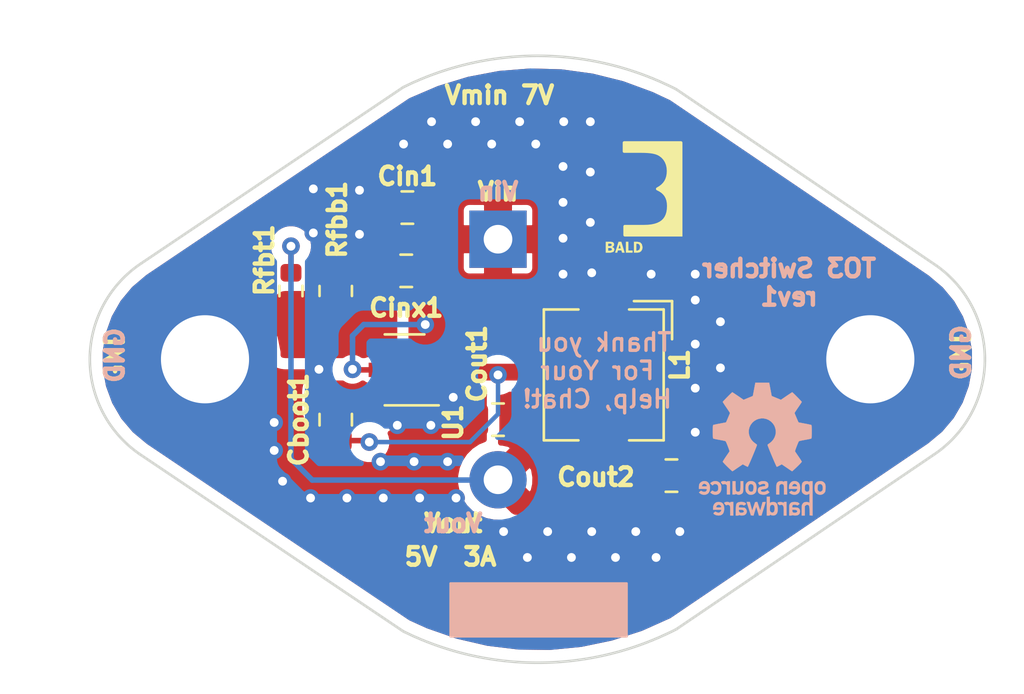
<source format=kicad_pcb>
(kicad_pcb (version 20171130) (host pcbnew "(5.1.7)-1")

  (general
    (thickness 1.6)
    (drawings 13)
    (tracks 78)
    (zones 0)
    (modules 12)
    (nets 7)
  )

  (page A4)
  (layers
    (0 F.Cu signal)
    (31 B.Cu power)
    (32 B.Adhes user)
    (33 F.Adhes user)
    (34 B.Paste user)
    (35 F.Paste user)
    (36 B.SilkS user)
    (37 F.SilkS user)
    (38 B.Mask user)
    (39 F.Mask user)
    (40 Dwgs.User user)
    (41 Cmts.User user)
    (42 Eco1.User user)
    (43 Eco2.User user)
    (44 Edge.Cuts user)
    (45 Margin user)
    (46 B.CrtYd user hide)
    (47 F.CrtYd user hide)
    (48 B.Fab user hide)
    (49 F.Fab user hide)
  )

  (setup
    (last_trace_width 0.2032)
    (trace_clearance 0.2032)
    (zone_clearance 0.508)
    (zone_45_only no)
    (trace_min 0.2032)
    (via_size 0.8)
    (via_drill 0.4)
    (via_min_size 0.4)
    (via_min_drill 0.3)
    (uvia_size 0.3)
    (uvia_drill 0.1)
    (uvias_allowed no)
    (uvia_min_size 0.2)
    (uvia_min_drill 0.1)
    (edge_width 0.05)
    (segment_width 0.2)
    (pcb_text_width 0.3)
    (pcb_text_size 1.5 1.5)
    (mod_edge_width 0.12)
    (mod_text_size 1 1)
    (mod_text_width 0.15)
    (pad_size 2.6 2.6)
    (pad_drill 1.3)
    (pad_to_mask_clearance 0)
    (solder_mask_min_width 0.01)
    (aux_axis_origin 0 0)
    (visible_elements 7FFFEFFF)
    (pcbplotparams
      (layerselection 0x010fc_ffffffff)
      (usegerberextensions false)
      (usegerberattributes true)
      (usegerberadvancedattributes true)
      (creategerberjobfile true)
      (excludeedgelayer true)
      (linewidth 0.100000)
      (plotframeref false)
      (viasonmask false)
      (mode 1)
      (useauxorigin false)
      (hpglpennumber 1)
      (hpglpenspeed 20)
      (hpglpendiameter 15.000000)
      (psnegative false)
      (psa4output false)
      (plotreference true)
      (plotvalue true)
      (plotinvisibletext false)
      (padsonsilk false)
      (subtractmaskfromsilk false)
      (outputformat 1)
      (mirror false)
      (drillshape 1)
      (scaleselection 1)
      (outputdirectory ""))
  )

  (net 0 "")
  (net 1 "Net-(Cboot1-Pad2)")
  (net 2 "Net-(Cboot1-Pad1)")
  (net 3 GND)
  (net 4 /Vin)
  (net 5 /Vout)
  (net 6 "Net-(Rfbb1-Pad2)")

  (net_class Default "This is the default net class."
    (clearance 0.2032)
    (trace_width 0.2032)
    (via_dia 0.8)
    (via_drill 0.4)
    (uvia_dia 0.3)
    (uvia_drill 0.1)
    (diff_pair_width 0.2032)
    (diff_pair_gap 0.25)
    (add_net /Vin)
    (add_net /Vout)
    (add_net GND)
    (add_net "Net-(Cboot1-Pad1)")
    (add_net "Net-(Cboot1-Pad2)")
    (add_net "Net-(Rfbb1-Pad2)")
  )

  (module "My Libraries:BE5" (layer F.Cu) (tedit 5F4B3643) (tstamp 5F91EEB3)
    (at 135.6995 87.757)
    (descr "Imported from BE5.svg")
    (tags svg2mod)
    (attr virtual)
    (fp_text reference svg2mod (at 0 -3.048) (layer F.SilkS) hide
      (effects (font (size 1.524 1.524) (thickness 0.3048)))
    )
    (fp_text value G*** (at 0 8.048) (layer F.SilkS) hide
      (effects (font (size 1.524 1.524) (thickness 0.3048)))
    )
    (fp_poly (pts (xy 1.605 2.241823) (xy 1.343613 2.674961) (xy 1.404531 2.582088) (xy 1.494746 2.519637)
      (xy 1.605 2.496781) (xy 1.715781 2.519818) (xy 1.805937 2.582571) (xy 1.866562 2.675505)
      (xy 1.88875 2.78908) (xy 1.866562 2.903401) (xy 1.805937 2.996716) (xy 1.715781 3.059611)
      (xy 1.605 3.082668) (xy 1.494219 3.059611) (xy 1.404062 2.996716) (xy 1.343437 2.903401)
      (xy 1.32125 2.78908) (xy 1.343613 2.674961) (xy 1.605 2.241823) (xy 1.466898 2.260661)
      (xy 1.342685 2.313551) (xy 1.23625 2.395055) (xy 0.26875 2.395055) (xy 0.26875 3.183106)
      (xy 1.23625 3.183106) (xy 1.34213 3.265182) (xy 1.46662 3.317786) (xy 1.605 3.336338)
      (xy 1.746348 3.316814) (xy 1.873287 3.261701) (xy 1.980781 3.176185) (xy 2.063796 3.065451)
      (xy 2.117297 2.934688) (xy 2.13625 2.78908) (xy 2.117297 2.643473) (xy 2.063796 2.51271)
      (xy 1.980781 2.401976) (xy 1.873287 2.31646) (xy 1.746348 2.261347) (xy 1.605 2.241823)) (layer F.Cu) (width 0.134262))
    (fp_poly (pts (xy 3.415 0.394025) (xy 4.7325 0.394025) (xy 4.7325 1.005666) (xy 3.415 1.005666)
      (xy 3.415 0.394025)) (layer F.Cu) (width 0.134262))
    (fp_poly (pts (xy 3.415 1.793716) (xy 4.7325 1.793716) (xy 4.7325 2.405357) (xy 3.415 2.405357)
      (xy 3.415 1.793716)) (layer F.Cu) (width 0.134262))
    (fp_poly (pts (xy 3.415 3.19727) (xy 4.7325 3.19727) (xy 4.7325 3.80891) (xy 3.415 3.80891)
      (xy 3.415 3.19727)) (layer F.Cu) (width 0.134262))
    (fp_poly (pts (xy 1.605 0.844708) (xy 1.343613 1.277644) (xy 1.404531 1.184329) (xy 1.494746 1.121435)
      (xy 1.605 1.098377) (xy 1.715781 1.121435) (xy 1.805937 1.184329) (xy 1.866562 1.277644)
      (xy 1.88875 1.391965) (xy 1.866562 1.505541) (xy 1.805937 1.598474) (xy 1.715781 1.661228)
      (xy 1.605 1.684265) (xy 1.494219 1.661228) (xy 1.404062 1.598474) (xy 1.343437 1.505541)
      (xy 1.32125 1.391965) (xy 1.343613 1.277644) (xy 1.605 0.844708) (xy 1.466898 0.863546)
      (xy 1.342685 0.916435) (xy 1.23625 0.99794) (xy 0.26875 0.99794) (xy 0.26875 1.78599)
      (xy 1.23625 1.78599) (xy 1.34213 1.868067) (xy 1.46662 1.92067) (xy 1.605 1.939222)
      (xy 1.746348 1.919699) (xy 1.873287 1.864585) (xy 1.980781 1.779069) (xy 2.063796 1.668336)
      (xy 2.117297 1.537572) (xy 2.13625 1.391965) (xy 2.117297 1.246358) (xy 2.063796 1.115594)
      (xy 1.980781 1.004861) (xy 1.873287 0.919344) (xy 1.746348 0.864231) (xy 1.605 0.844708)) (layer F.Cu) (width 0.134262))
    (fp_poly (pts (xy 2.095 4.589235) (xy 1.865 4.589235) (xy 1.865 4.69096) (xy 2.04625 4.69096)
      (xy 2.04625 4.78496) (xy 1.865 4.78496) (xy 1.865 4.893123) (xy 2.095 4.893123)
      (xy 2.095 4.992274) (xy 1.75 4.992274) (xy 1.75 4.493948) (xy 2.095 4.493948)
      (xy 2.095 4.589235)) (layer F.Cu) (width 0.095901))
    (fp_poly (pts (xy 2.535 4.495235) (xy 2.535 4.993561) (xy 2.43875 4.993561) (xy 2.25 4.656193)
      (xy 2.251243 4.672933) (xy 2.252487 4.694823) (xy 2.252487 4.993561) (xy 2.163737 4.993561)
      (xy 2.163737 4.495235) (xy 2.286237 4.495235) (xy 2.451237 4.788823) (xy 2.448737 4.755343)
      (xy 2.448737 4.495235) (xy 2.535 4.495235)) (layer F.Cu) (width 0.095901))
    (fp_poly (pts (xy 3.01 4.727015) (xy 3.01 4.993561) (xy 2.95875 4.993561) (xy 2.9425 4.935616)
      (xy 2.81 5) (xy 2.725937 4.982616) (xy 2.6625 4.930466) (xy 2.623125 4.85047)
      (xy 2.61 4.750193) (xy 2.624062 4.642673) (xy 2.66625 4.558331) (xy 2.732656 4.50441)
      (xy 2.81875 4.486222) (xy 2.94875 4.532577) (xy 3.00875 4.657481) (xy 2.90125 4.671645)
      (xy 2.8175 4.581509) (xy 2.7475 4.624002) (xy 2.72375 4.74633) (xy 2.74875 4.863507)
      (xy 2.82125 4.903425) (xy 2.875 4.882822) (xy 2.89875 4.817151) (xy 2.8075 4.817151)
      (xy 2.8075 4.724439) (xy 3.01 4.724439) (xy 3.01 4.727015)) (layer F.Cu) (width 0.095901))
    (fp_poly (pts (xy 3.21125 4.495235) (xy 3.21125 4.993561) (xy 3.09875 4.993561) (xy 3.09875 4.495235)
      (xy 3.21125 4.495235)) (layer F.Cu) (width 0.095901))
    (fp_poly (pts (xy 3.68125 4.495235) (xy 3.68125 4.993561) (xy 3.585 4.993561) (xy 3.39625 4.657481)
      (xy 3.397493 4.674221) (xy 3.398737 4.696111) (xy 3.398737 4.994849) (xy 3.309987 4.994849)
      (xy 3.309987 4.496523) (xy 3.432487 4.496523) (xy 3.597487 4.79011) (xy 3.594987 4.756631)
      (xy 3.594987 4.496523) (xy 3.681237 4.496523) (xy 3.68125 4.495235)) (layer F.Cu) (width 0.095901))
    (fp_poly (pts (xy 4.12375 4.589235) (xy 3.89375 4.589235) (xy 3.89375 4.69096) (xy 4.075 4.69096)
      (xy 4.075 4.78496) (xy 3.89375 4.78496) (xy 3.89375 4.893123) (xy 4.12375 4.893123)
      (xy 4.12375 4.992274) (xy 3.77875 4.992274) (xy 3.77875 4.493948) (xy 4.12375 4.493948)
      (xy 4.12375 4.589235)) (layer F.Cu) (width 0.095901))
    (fp_poly (pts (xy 4.5375 4.589235) (xy 4.3075 4.589235) (xy 4.3075 4.69096) (xy 4.4875 4.69096)
      (xy 4.4875 4.78496) (xy 4.30625 4.78496) (xy 4.30625 4.893123) (xy 4.5375 4.893123)
      (xy 4.5375 4.992274) (xy 4.1925 4.992274) (xy 4.1925 4.493948) (xy 4.5375 4.493948)
      (xy 4.5375 4.589235)) (layer F.Cu) (width 0.095901))
    (fp_poly (pts (xy 4.71875 4.795261) (xy 4.71875 4.711563) (xy 4.78875 4.711563) (xy 4.83875 4.706413)
      (xy 4.86625 4.684522) (xy 4.87875 4.645892) (xy 4.86625 4.60855) (xy 4.84 4.587948)
      (xy 4.78625 4.584085) (xy 4.71875 4.584084) (xy 4.71875 4.711563) (xy 4.71875 4.795261)
      (xy 4.71875 4.992274) (xy 4.605 4.992274) (xy 4.605 4.493948) (xy 4.8175 4.493948)
      (xy 4.9125 4.508112) (xy 4.97125 4.559618) (xy 4.995 4.643317) (xy 4.974219 4.720255)
      (xy 4.91125 4.772083) (xy 5 4.992274) (xy 4.875 4.992274) (xy 4.80125 4.795261)
      (xy 4.71875 4.795261)) (layer F.Cu) (width 0.095901))
    (fp_poly (pts (xy 2.57875 3.573269) (xy 2.480422 3.642272) (xy 2.365463 3.698649) (xy 2.233906 3.742436)
      (xy 2.085787 3.773667) (xy 1.92114 3.79238) (xy 1.74 3.79861) (xy 0.8675 3.79861)
      (xy 0.8675 4.192635) (xy 3.415 4.192635) (xy 3.415 0) (xy 0.8375 0)
      (xy 0.8375 0.394025) (xy 1.61875 0.394025) (xy 1.772285 0.39642) (xy 1.910468 0.403522)
      (xy 2.033418 0.415211) (xy 2.14125 0.431368) (xy 2.267176 0.460936) (xy 2.375324 0.50052)
      (xy 2.46625 0.549833) (xy 2.577916 0.636154) (xy 2.670416 0.738213) (xy 2.74375 0.856297)
      (xy 2.796713 0.986828) (xy 2.828287 1.128805) (xy 2.83875 1.282514) (xy 2.831269 1.419348)
      (xy 2.808906 1.54568) (xy 2.771777 1.661147) (xy 2.72 1.765388) (xy 2.652285 1.860755)
      (xy 2.567343 1.947914) (xy 2.465293 2.026864) (xy 2.34625 2.097605) (xy 2.46625 2.158246)
      (xy 2.569375 2.228303) (xy 2.655625 2.308018) (xy 2.725 2.397631) (xy 2.778418 2.498109)
      (xy 2.816718 2.610418) (xy 2.839785 2.734798) (xy 2.8475 2.871492) (xy 2.840526 3.023001)
      (xy 2.818379 3.160739) (xy 2.781093 3.284671) (xy 2.728703 3.39476) (xy 2.661244 3.490971)
      (xy 2.57875 3.573269)) (layer F.SilkS) (width 0.134262))
    (fp_poly (pts (xy 0 4.495236) (xy 0.1125 4.582797) (xy 0.1125 4.692249) (xy 0.19875 4.692249)
      (xy 0.25875 4.672934) (xy 0.27125 4.635592) (xy 0.26125 4.6034) (xy 0.23875 4.58666)
      (xy 0.19125 4.582797) (xy 0.1125 4.582797) (xy 0 4.495236) (xy 0.1125 4.781098)
      (xy 0.1125 4.900851) (xy 0.2 4.900851) (xy 0.2625 4.885399) (xy 0.28125 4.84033)
      (xy 0.26375 4.799125) (xy 0.205 4.781098) (xy 0.1125 4.781098) (xy 0 4.495236)
      (xy 0.225 4.495236) (xy 0.31625 4.510688) (xy 0.36625 4.554469) (xy 0.38625 4.624003)
      (xy 0.364531 4.692893) (xy 0.29875 4.734742) (xy 0.37375 4.781098) (xy 0.39875 4.85707)
      (xy 0.3575 4.953645) (xy 0.22375 4.99485) (xy 0 4.99485) (xy 0 4.495236)) (layer F.SilkS) (width 0))
    (fp_poly (pts (xy 0.71 4.495236) (xy 0.68375 4.799125) (xy 0.6325 4.624003) (xy 0.58125 4.799125)
      (xy 0.68375 4.799125) (xy 0.71 4.495236) (xy 0.86125 4.993562) (xy 0.74 4.993562)
      (xy 0.71 4.890549) (xy 0.55375 4.890549) (xy 0.52375 4.993562) (xy 0.425 4.993562)
      (xy 0.58 4.495236) (xy 0.71 4.495236)) (layer F.SilkS) (width 0))
    (fp_poly (pts (xy 1.02875 4.894412) (xy 1.22125 4.894412) (xy 1.22125 4.993562) (xy 0.91375 4.993562)
      (xy 0.91375 4.495236) (xy 1.02875 4.495236) (xy 1.02875 4.894412)) (layer F.SilkS) (width 0))
    (fp_poly (pts (xy 1.27875 4.495236) (xy 1.39 4.58666) (xy 1.39 4.899563) (xy 1.43625 4.899563)
      (xy 1.52875 4.851919) (xy 1.55875 4.739893) (xy 1.54125 4.656194) (xy 1.49875 4.602112)
      (xy 1.4375 4.58666) (xy 1.39 4.58666) (xy 1.27875 4.495236) (xy 1.42625 4.495236)
      (xy 1.56125 4.52099) (xy 1.64 4.602112) (xy 1.675 4.742468) (xy 1.659844 4.840652)
      (xy 1.61375 4.921453) (xy 1.540625 4.975374) (xy 1.445 4.993562) (xy 1.27875 4.993562)
      (xy 1.27875 4.495236)) (layer F.SilkS) (width 0))
    (fp_poly (pts (xy 1.605 2.241823) (xy 1.343613 2.674961) (xy 1.404531 2.582088) (xy 1.494746 2.519637)
      (xy 1.605 2.496781) (xy 1.715781 2.519818) (xy 1.805937 2.582571) (xy 1.866562 2.675505)
      (xy 1.88875 2.78908) (xy 1.866562 2.903401) (xy 1.805937 2.996716) (xy 1.715781 3.059611)
      (xy 1.605 3.082668) (xy 1.494219 3.059611) (xy 1.404062 2.996716) (xy 1.343437 2.903401)
      (xy 1.32125 2.78908) (xy 1.343613 2.674961) (xy 1.605 2.241823) (xy 1.466898 2.260661)
      (xy 1.342685 2.313551) (xy 1.23625 2.395055) (xy 0.26875 2.395055) (xy 0.26875 3.183106)
      (xy 1.23625 3.183106) (xy 1.34213 3.265182) (xy 1.46662 3.317786) (xy 1.605 3.336338)
      (xy 1.746348 3.316814) (xy 1.873287 3.261701) (xy 1.980781 3.176185) (xy 2.063796 3.065451)
      (xy 2.117297 2.934688) (xy 2.13625 2.78908) (xy 2.117297 2.643473) (xy 2.063796 2.51271)
      (xy 1.980781 2.401976) (xy 1.873287 2.31646) (xy 1.746348 2.261347) (xy 1.605 2.241823)) (layer F.Mask) (width 0.134262))
    (fp_poly (pts (xy 3.415 0.394025) (xy 4.7325 0.394025) (xy 4.7325 1.005666) (xy 3.415 1.005666)
      (xy 3.415 0.394025)) (layer F.Mask) (width 0.134262))
    (fp_poly (pts (xy 3.415 1.793716) (xy 4.7325 1.793716) (xy 4.7325 2.405357) (xy 3.415 2.405357)
      (xy 3.415 1.793716)) (layer F.Mask) (width 0.134262))
    (fp_poly (pts (xy 3.415 3.19727) (xy 4.7325 3.19727) (xy 4.7325 3.80891) (xy 3.415 3.80891)
      (xy 3.415 3.19727)) (layer F.Mask) (width 0.134262))
    (fp_poly (pts (xy 1.605 0.844708) (xy 1.343613 1.277644) (xy 1.404531 1.184329) (xy 1.494746 1.121435)
      (xy 1.605 1.098377) (xy 1.715781 1.121435) (xy 1.805937 1.184329) (xy 1.866562 1.277644)
      (xy 1.88875 1.391965) (xy 1.866562 1.505541) (xy 1.805937 1.598474) (xy 1.715781 1.661228)
      (xy 1.605 1.684265) (xy 1.494219 1.661228) (xy 1.404062 1.598474) (xy 1.343437 1.505541)
      (xy 1.32125 1.391965) (xy 1.343613 1.277644) (xy 1.605 0.844708) (xy 1.466898 0.863546)
      (xy 1.342685 0.916435) (xy 1.23625 0.99794) (xy 0.26875 0.99794) (xy 0.26875 1.78599)
      (xy 1.23625 1.78599) (xy 1.34213 1.868067) (xy 1.46662 1.92067) (xy 1.605 1.939222)
      (xy 1.746348 1.919699) (xy 1.873287 1.864585) (xy 1.980781 1.779069) (xy 2.063796 1.668336)
      (xy 2.117297 1.537572) (xy 2.13625 1.391965) (xy 2.117297 1.246358) (xy 2.063796 1.115594)
      (xy 1.980781 1.004861) (xy 1.873287 0.919344) (xy 1.746348 0.864231) (xy 1.605 0.844708)) (layer F.Mask) (width 0.134262))
    (fp_poly (pts (xy 2.095 4.589235) (xy 1.865 4.589235) (xy 1.865 4.69096) (xy 2.04625 4.69096)
      (xy 2.04625 4.78496) (xy 1.865 4.78496) (xy 1.865 4.893123) (xy 2.095 4.893123)
      (xy 2.095 4.992274) (xy 1.75 4.992274) (xy 1.75 4.493948) (xy 2.095 4.493948)
      (xy 2.095 4.589235)) (layer F.Mask) (width 0.095901))
    (fp_poly (pts (xy 2.535 4.495235) (xy 2.535 4.993561) (xy 2.43875 4.993561) (xy 2.25 4.656193)
      (xy 2.251243 4.672933) (xy 2.252487 4.694823) (xy 2.252487 4.993561) (xy 2.163737 4.993561)
      (xy 2.163737 4.495235) (xy 2.286237 4.495235) (xy 2.451237 4.788823) (xy 2.448737 4.755343)
      (xy 2.448737 4.495235) (xy 2.535 4.495235)) (layer F.Mask) (width 0.095901))
    (fp_poly (pts (xy 3.01 4.727015) (xy 3.01 4.993561) (xy 2.95875 4.993561) (xy 2.9425 4.935616)
      (xy 2.81 5) (xy 2.725937 4.982616) (xy 2.6625 4.930466) (xy 2.623125 4.85047)
      (xy 2.61 4.750193) (xy 2.624062 4.642673) (xy 2.66625 4.558331) (xy 2.732656 4.50441)
      (xy 2.81875 4.486222) (xy 2.94875 4.532577) (xy 3.00875 4.657481) (xy 2.90125 4.671645)
      (xy 2.8175 4.581509) (xy 2.7475 4.624002) (xy 2.72375 4.74633) (xy 2.74875 4.863507)
      (xy 2.82125 4.903425) (xy 2.875 4.882822) (xy 2.89875 4.817151) (xy 2.8075 4.817151)
      (xy 2.8075 4.724439) (xy 3.01 4.724439) (xy 3.01 4.727015)) (layer F.Mask) (width 0.095901))
    (fp_poly (pts (xy 3.21125 4.495235) (xy 3.21125 4.993561) (xy 3.09875 4.993561) (xy 3.09875 4.495235)
      (xy 3.21125 4.495235)) (layer F.Mask) (width 0.095901))
    (fp_poly (pts (xy 3.68125 4.495235) (xy 3.68125 4.993561) (xy 3.585 4.993561) (xy 3.39625 4.657481)
      (xy 3.397493 4.674221) (xy 3.398737 4.696111) (xy 3.398737 4.994849) (xy 3.309987 4.994849)
      (xy 3.309987 4.496523) (xy 3.432487 4.496523) (xy 3.597487 4.79011) (xy 3.594987 4.756631)
      (xy 3.594987 4.496523) (xy 3.681237 4.496523) (xy 3.68125 4.495235)) (layer F.Mask) (width 0.095901))
    (fp_poly (pts (xy 4.12375 4.589235) (xy 3.89375 4.589235) (xy 3.89375 4.69096) (xy 4.075 4.69096)
      (xy 4.075 4.78496) (xy 3.89375 4.78496) (xy 3.89375 4.893123) (xy 4.12375 4.893123)
      (xy 4.12375 4.992274) (xy 3.77875 4.992274) (xy 3.77875 4.493948) (xy 4.12375 4.493948)
      (xy 4.12375 4.589235)) (layer F.Mask) (width 0.095901))
    (fp_poly (pts (xy 4.5375 4.589235) (xy 4.3075 4.589235) (xy 4.3075 4.69096) (xy 4.4875 4.69096)
      (xy 4.4875 4.78496) (xy 4.30625 4.78496) (xy 4.30625 4.893123) (xy 4.5375 4.893123)
      (xy 4.5375 4.992274) (xy 4.1925 4.992274) (xy 4.1925 4.493948) (xy 4.5375 4.493948)
      (xy 4.5375 4.589235)) (layer F.Mask) (width 0.095901))
    (fp_poly (pts (xy 4.71875 4.795261) (xy 4.71875 4.711563) (xy 4.78875 4.711563) (xy 4.83875 4.706413)
      (xy 4.86625 4.684522) (xy 4.87875 4.645892) (xy 4.86625 4.60855) (xy 4.84 4.587948)
      (xy 4.78625 4.584085) (xy 4.71875 4.584084) (xy 4.71875 4.711563) (xy 4.71875 4.795261)
      (xy 4.71875 4.992274) (xy 4.605 4.992274) (xy 4.605 4.493948) (xy 4.8175 4.493948)
      (xy 4.9125 4.508112) (xy 4.97125 4.559618) (xy 4.995 4.643317) (xy 4.974219 4.720255)
      (xy 4.91125 4.772083) (xy 5 4.992274) (xy 4.875 4.992274) (xy 4.80125 4.795261)
      (xy 4.71875 4.795261)) (layer F.Mask) (width 0.095901))
    (fp_poly (pts (xy 2.57875 3.573269) (xy 2.480422 3.642272) (xy 2.365463 3.698649) (xy 2.233906 3.742436)
      (xy 2.085787 3.773667) (xy 1.92114 3.79238) (xy 1.74 3.79861) (xy 0.8675 3.79861)
      (xy 0.8675 4.192635) (xy 3.415 4.192635) (xy 3.415 0) (xy 0.8375 0)
      (xy 0.8375 0.394025) (xy 1.61875 0.394025) (xy 1.772285 0.39642) (xy 1.910468 0.403522)
      (xy 2.033418 0.415211) (xy 2.14125 0.431368) (xy 2.267176 0.460936) (xy 2.375324 0.50052)
      (xy 2.46625 0.549833) (xy 2.577916 0.636154) (xy 2.670416 0.738213) (xy 2.74375 0.856297)
      (xy 2.796713 0.986828) (xy 2.828287 1.128805) (xy 2.83875 1.282514) (xy 2.831269 1.419348)
      (xy 2.808906 1.54568) (xy 2.771777 1.661147) (xy 2.72 1.765388) (xy 2.652285 1.860755)
      (xy 2.567343 1.947914) (xy 2.465293 2.026864) (xy 2.34625 2.097605) (xy 2.46625 2.158246)
      (xy 2.569375 2.228303) (xy 2.655625 2.308018) (xy 2.725 2.397631) (xy 2.778418 2.498109)
      (xy 2.816718 2.610418) (xy 2.839785 2.734798) (xy 2.8475 2.871492) (xy 2.840526 3.023001)
      (xy 2.818379 3.160739) (xy 2.781093 3.284671) (xy 2.728703 3.39476) (xy 2.661244 3.490971)
      (xy 2.57875 3.573269)) (layer F.Mask) (width 0.134262))
    (fp_poly (pts (xy 0 4.495236) (xy 0.1125 4.582797) (xy 0.1125 4.692249) (xy 0.19875 4.692249)
      (xy 0.25875 4.672934) (xy 0.27125 4.635592) (xy 0.26125 4.6034) (xy 0.23875 4.58666)
      (xy 0.19125 4.582797) (xy 0.1125 4.582797) (xy 0 4.495236) (xy 0.1125 4.781098)
      (xy 0.1125 4.900851) (xy 0.2 4.900851) (xy 0.2625 4.885399) (xy 0.28125 4.84033)
      (xy 0.26375 4.799125) (xy 0.205 4.781098) (xy 0.1125 4.781098) (xy 0 4.495236)
      (xy 0.225 4.495236) (xy 0.31625 4.510688) (xy 0.36625 4.554469) (xy 0.38625 4.624003)
      (xy 0.364531 4.692893) (xy 0.29875 4.734742) (xy 0.37375 4.781098) (xy 0.39875 4.85707)
      (xy 0.3575 4.953645) (xy 0.22375 4.99485) (xy 0 4.99485) (xy 0 4.495236)) (layer F.Mask) (width 0))
    (fp_poly (pts (xy 0.71 4.495236) (xy 0.68375 4.799125) (xy 0.6325 4.624003) (xy 0.58125 4.799125)
      (xy 0.68375 4.799125) (xy 0.71 4.495236) (xy 0.86125 4.993562) (xy 0.74 4.993562)
      (xy 0.71 4.890549) (xy 0.55375 4.890549) (xy 0.52375 4.993562) (xy 0.425 4.993562)
      (xy 0.58 4.495236) (xy 0.71 4.495236)) (layer F.Mask) (width 0))
    (fp_poly (pts (xy 1.02875 4.894412) (xy 1.22125 4.894412) (xy 1.22125 4.993562) (xy 0.91375 4.993562)
      (xy 0.91375 4.495236) (xy 1.02875 4.495236) (xy 1.02875 4.894412)) (layer F.Mask) (width 0))
    (fp_poly (pts (xy 1.27875 4.495236) (xy 1.39 4.58666) (xy 1.39 4.899563) (xy 1.43625 4.899563)
      (xy 1.52875 4.851919) (xy 1.55875 4.739893) (xy 1.54125 4.656194) (xy 1.49875 4.602112)
      (xy 1.4375 4.58666) (xy 1.39 4.58666) (xy 1.27875 4.495236) (xy 1.42625 4.495236)
      (xy 1.56125 4.52099) (xy 1.64 4.602112) (xy 1.675 4.742468) (xy 1.659844 4.840652)
      (xy 1.61375 4.921453) (xy 1.540625 4.975374) (xy 1.445 4.993562) (xy 1.27875 4.993562)
      (xy 1.27875 4.495236)) (layer F.Mask) (width 0))
  )

  (module Symbol:OSHW-Logo_5.7x6mm_SilkScreen (layer B.Cu) (tedit 0) (tstamp 5F91C3EE)
    (at 142.8115 101.6635 180)
    (descr "Open Source Hardware Logo")
    (tags "Logo OSHW")
    (attr virtual)
    (fp_text reference REF** (at 0 0) (layer B.SilkS) hide
      (effects (font (size 0.8 0.8) (thickness 0.2)) (justify mirror))
    )
    (fp_text value OSHW-Logo_5.7x6mm_SilkScreen (at 0.75 0) (layer B.Fab) hide
      (effects (font (size 0.8 0.8) (thickness 0.2)) (justify mirror))
    )
    (fp_poly (pts (xy 0.376964 2.709982) (xy 0.433812 2.40843) (xy 0.853338 2.235488) (xy 1.104984 2.406605)
      (xy 1.175458 2.45425) (xy 1.239163 2.49679) (xy 1.293126 2.532285) (xy 1.334373 2.55879)
      (xy 1.359934 2.574364) (xy 1.366895 2.577722) (xy 1.379435 2.569086) (xy 1.406231 2.545208)
      (xy 1.44428 2.509141) (xy 1.490579 2.463933) (xy 1.542123 2.412636) (xy 1.595909 2.358299)
      (xy 1.648935 2.303972) (xy 1.698195 2.252705) (xy 1.740687 2.207549) (xy 1.773407 2.171554)
      (xy 1.793351 2.14777) (xy 1.798119 2.13981) (xy 1.791257 2.125135) (xy 1.77202 2.092986)
      (xy 1.74243 2.046508) (xy 1.70451 1.988844) (xy 1.660282 1.92314) (xy 1.634654 1.885664)
      (xy 1.587941 1.817232) (xy 1.546432 1.75548) (xy 1.51214 1.703481) (xy 1.48708 1.664308)
      (xy 1.473264 1.641035) (xy 1.471188 1.636145) (xy 1.475895 1.622245) (xy 1.488723 1.58985)
      (xy 1.507738 1.543515) (xy 1.531003 1.487794) (xy 1.556584 1.427242) (xy 1.582545 1.366414)
      (xy 1.60695 1.309864) (xy 1.627863 1.262148) (xy 1.643349 1.227819) (xy 1.651472 1.211432)
      (xy 1.651952 1.210788) (xy 1.664707 1.207659) (xy 1.698677 1.200679) (xy 1.75034 1.190533)
      (xy 1.816176 1.177908) (xy 1.892664 1.163491) (xy 1.93729 1.155177) (xy 2.019021 1.139616)
      (xy 2.092843 1.124808) (xy 2.155021 1.111564) (xy 2.201822 1.100695) (xy 2.229509 1.093011)
      (xy 2.235074 1.090573) (xy 2.240526 1.07407) (xy 2.244924 1.0368) (xy 2.248272 0.98312)
      (xy 2.250574 0.917388) (xy 2.251832 0.843963) (xy 2.252048 0.767204) (xy 2.251227 0.691468)
      (xy 2.249371 0.621114) (xy 2.246482 0.5605) (xy 2.242565 0.513984) (xy 2.237622 0.485925)
      (xy 2.234657 0.480084) (xy 2.216934 0.473083) (xy 2.179381 0.463073) (xy 2.126964 0.451231)
      (xy 2.064652 0.438733) (xy 2.0429 0.43469) (xy 1.938024 0.41548) (xy 1.85518 0.400009)
      (xy 1.79163 0.387663) (xy 1.744637 0.377827) (xy 1.711463 0.369886) (xy 1.689371 0.363224)
      (xy 1.675624 0.357227) (xy 1.667484 0.351281) (xy 1.666345 0.350106) (xy 1.654977 0.331174)
      (xy 1.637635 0.294331) (xy 1.61605 0.244087) (xy 1.591954 0.184954) (xy 1.567079 0.121444)
      (xy 1.543157 0.058068) (xy 1.521919 -0.000662) (xy 1.505097 -0.050235) (xy 1.494422 -0.086139)
      (xy 1.491627 -0.103862) (xy 1.49186 -0.104483) (xy 1.501331 -0.11897) (xy 1.522818 -0.150844)
      (xy 1.554063 -0.196789) (xy 1.592807 -0.253485) (xy 1.636793 -0.317617) (xy 1.649319 -0.335842)
      (xy 1.693984 -0.401914) (xy 1.733288 -0.4622) (xy 1.765088 -0.513235) (xy 1.787245 -0.55156)
      (xy 1.797617 -0.573711) (xy 1.798119 -0.576432) (xy 1.789405 -0.590736) (xy 1.765325 -0.619072)
      (xy 1.728976 -0.658396) (xy 1.683453 -0.705661) (xy 1.631852 -0.757823) (xy 1.577267 -0.811835)
      (xy 1.522794 -0.864653) (xy 1.471529 -0.913231) (xy 1.426567 -0.954523) (xy 1.391004 -0.985485)
      (xy 1.367935 -1.00307) (xy 1.361554 -1.005941) (xy 1.346699 -0.999178) (xy 1.316286 -0.980939)
      (xy 1.275268 -0.954297) (xy 1.243709 -0.932852) (xy 1.186525 -0.893503) (xy 1.118806 -0.847171)
      (xy 1.05088 -0.800913) (xy 1.014361 -0.776155) (xy 0.890752 -0.692547) (xy 0.786991 -0.74865)
      (xy 0.73972 -0.773228) (xy 0.699523 -0.792331) (xy 0.672326 -0.803227) (xy 0.665402 -0.804743)
      (xy 0.657077 -0.793549) (xy 0.640654 -0.761917) (xy 0.617357 -0.712765) (xy 0.588414 -0.64901)
      (xy 0.55505 -0.573571) (xy 0.518491 -0.489364) (xy 0.479964 -0.399308) (xy 0.440694 -0.306321)
      (xy 0.401908 -0.21332) (xy 0.36483 -0.123223) (xy 0.330689 -0.038948) (xy 0.300708 0.036587)
      (xy 0.276116 0.100466) (xy 0.258136 0.149769) (xy 0.247997 0.181579) (xy 0.246366 0.192504)
      (xy 0.259291 0.206439) (xy 0.287589 0.22906) (xy 0.325346 0.255667) (xy 0.328515 0.257772)
      (xy 0.4261 0.335886) (xy 0.504786 0.427018) (xy 0.563891 0.528255) (xy 0.602732 0.636682)
      (xy 0.620628 0.749386) (xy 0.616897 0.863452) (xy 0.590857 0.975966) (xy 0.541825 1.084015)
      (xy 0.5274 1.107655) (xy 0.452369 1.203113) (xy 0.36373 1.279768) (xy 0.264549 1.33722)
      (xy 0.157895 1.375071) (xy 0.046836 1.392922) (xy -0.065561 1.390375) (xy -0.176227 1.36703)
      (xy -0.282094 1.32249) (xy -0.380095 1.256355) (xy -0.41041 1.229513) (xy -0.487562 1.145488)
      (xy -0.543782 1.057034) (xy -0.582347 0.957885) (xy -0.603826 0.859697) (xy -0.609128 0.749303)
      (xy -0.591448 0.63836) (xy -0.552581 0.530619) (xy -0.494323 0.429831) (xy -0.418469 0.339744)
      (xy -0.326817 0.264108) (xy -0.314772 0.256136) (xy -0.276611 0.230026) (xy -0.247601 0.207405)
      (xy -0.233732 0.192961) (xy -0.233531 0.192504) (xy -0.236508 0.176879) (xy -0.248311 0.141418)
      (xy -0.267714 0.089038) (xy -0.293488 0.022655) (xy -0.324409 -0.054814) (xy -0.359249 -0.14045)
      (xy -0.396783 -0.231337) (xy -0.435783 -0.324559) (xy -0.475023 -0.417197) (xy -0.513276 -0.506335)
      (xy -0.549317 -0.589055) (xy -0.581917 -0.662441) (xy -0.609852 -0.723575) (xy -0.631895 -0.769541)
      (xy -0.646818 -0.797421) (xy -0.652828 -0.804743) (xy -0.671191 -0.799041) (xy -0.705552 -0.783749)
      (xy -0.749984 -0.761599) (xy -0.774417 -0.74865) (xy -0.878178 -0.692547) (xy -1.001787 -0.776155)
      (xy -1.064886 -0.818987) (xy -1.13397 -0.866122) (xy -1.198707 -0.910503) (xy -1.231134 -0.932852)
      (xy -1.276741 -0.963477) (xy -1.31536 -0.987747) (xy -1.341952 -1.002587) (xy -1.35059 -1.005724)
      (xy -1.363161 -0.997261) (xy -1.390984 -0.973636) (xy -1.431361 -0.937302) (xy -1.481595 -0.890711)
      (xy -1.538988 -0.836317) (xy -1.575286 -0.801392) (xy -1.63879 -0.738996) (xy -1.693673 -0.683188)
      (xy -1.737714 -0.636354) (xy -1.768695 -0.600882) (xy -1.784398 -0.579161) (xy -1.785905 -0.574752)
      (xy -1.778914 -0.557985) (xy -1.759594 -0.524082) (xy -1.730091 -0.476476) (xy -1.692545 -0.418599)
      (xy -1.6491 -0.353884) (xy -1.636745 -0.335842) (xy -1.591727 -0.270267) (xy -1.55134 -0.211228)
      (xy -1.51784 -0.162042) (xy -1.493486 -0.126028) (xy -1.480536 -0.106502) (xy -1.479285 -0.104483)
      (xy -1.481156 -0.088922) (xy -1.491087 -0.054709) (xy -1.507347 -0.006355) (xy -1.528205 0.051629)
      (xy -1.551927 0.11473) (xy -1.576784 0.178437) (xy -1.601042 0.238239) (xy -1.622971 0.289624)
      (xy -1.640838 0.328081) (xy -1.652913 0.349098) (xy -1.653771 0.350106) (xy -1.661154 0.356112)
      (xy -1.673625 0.362052) (xy -1.69392 0.36854) (xy -1.724778 0.376191) (xy -1.768934 0.38562)
      (xy -1.829126 0.397441) (xy -1.908093 0.412271) (xy -2.00857 0.430723) (xy -2.030325 0.43469)
      (xy -2.094802 0.447147) (xy -2.151011 0.459334) (xy -2.193987 0.470074) (xy -2.21876 0.478191)
      (xy -2.222082 0.480084) (xy -2.227556 0.496862) (xy -2.232006 0.534355) (xy -2.235428 0.588206)
      (xy -2.237819 0.654056) (xy -2.239177 0.727547) (xy -2.239499 0.80432) (xy -2.238781 0.880017)
      (xy -2.237021 0.95028) (xy -2.234216 1.01075) (xy -2.230362 1.05707) (xy -2.225457 1.084881)
      (xy -2.2225 1.090573) (xy -2.206037 1.096314) (xy -2.168551 1.105655) (xy -2.113775 1.117785)
      (xy -2.045445 1.131893) (xy -1.967294 1.14717) (xy -1.924716 1.155177) (xy -1.843929 1.170279)
      (xy -1.771887 1.18396) (xy -1.712111 1.195533) (xy -1.668121 1.204313) (xy -1.643439 1.209613)
      (xy -1.639377 1.210788) (xy -1.632511 1.224035) (xy -1.617998 1.255943) (xy -1.597771 1.301953)
      (xy -1.573766 1.357508) (xy -1.547918 1.418047) (xy -1.52216 1.479014) (xy -1.498427 1.535849)
      (xy -1.478654 1.583994) (xy -1.464776 1.61889) (xy -1.458726 1.635979) (xy -1.458614 1.636726)
      (xy -1.465472 1.650207) (xy -1.484698 1.68123) (xy -1.514272 1.726711) (xy -1.552173 1.783568)
      (xy -1.59638 1.848717) (xy -1.622079 1.886138) (xy -1.668907 1.954753) (xy -1.710499 2.017048)
      (xy -1.744825 2.069871) (xy -1.769857 2.110073) (xy -1.783565 2.1345) (xy -1.785544 2.139976)
      (xy -1.777034 2.152722) (xy -1.753507 2.179937) (xy -1.717968 2.218572) (xy -1.673423 2.265577)
      (xy -1.622877 2.317905) (xy -1.569336 2.372505) (xy -1.515805 2.42633) (xy -1.465289 2.47633)
      (xy -1.420794 2.519457) (xy -1.385325 2.552661) (xy -1.361887 2.572894) (xy -1.354046 2.577722)
      (xy -1.34128 2.570933) (xy -1.310744 2.551858) (xy -1.26541 2.522439) (xy -1.208244 2.484619)
      (xy -1.142216 2.440339) (xy -1.09241 2.406605) (xy -0.840764 2.235488) (xy -0.631001 2.321959)
      (xy -0.421237 2.40843) (xy -0.364389 2.709982) (xy -0.30754 3.011534) (xy 0.320115 3.011534)
      (xy 0.376964 2.709982)) (layer B.SilkS) (width 0.01))
    (fp_poly (pts (xy 1.79946 -1.45803) (xy 1.842711 -1.471245) (xy 1.870558 -1.487941) (xy 1.879629 -1.501145)
      (xy 1.877132 -1.516797) (xy 1.860931 -1.541385) (xy 1.847232 -1.5588) (xy 1.818992 -1.590283)
      (xy 1.797775 -1.603529) (xy 1.779688 -1.602664) (xy 1.726035 -1.58901) (xy 1.68663 -1.58963)
      (xy 1.654632 -1.605104) (xy 1.64389 -1.614161) (xy 1.609505 -1.646027) (xy 1.609505 -2.062179)
      (xy 1.471188 -2.062179) (xy 1.471188 -1.458614) (xy 1.540347 -1.458614) (xy 1.581869 -1.460256)
      (xy 1.603291 -1.466087) (xy 1.609502 -1.477461) (xy 1.609505 -1.477798) (xy 1.612439 -1.489713)
      (xy 1.625704 -1.488159) (xy 1.644084 -1.479563) (xy 1.682046 -1.463568) (xy 1.712872 -1.453945)
      (xy 1.752536 -1.451478) (xy 1.79946 -1.45803)) (layer B.SilkS) (width 0.01))
    (fp_poly (pts (xy -0.754012 -1.469002) (xy -0.722717 -1.48395) (xy -0.692409 -1.505541) (xy -0.669318 -1.530391)
      (xy -0.6525 -1.562087) (xy -0.641006 -1.604214) (xy -0.633891 -1.660358) (xy -0.630207 -1.734106)
      (xy -0.629008 -1.829044) (xy -0.628989 -1.838985) (xy -0.628713 -2.062179) (xy -0.76703 -2.062179)
      (xy -0.76703 -1.856418) (xy -0.767128 -1.780189) (xy -0.767809 -1.724939) (xy -0.769651 -1.686501)
      (xy -0.773233 -1.660706) (xy -0.779132 -1.643384) (xy -0.787927 -1.630368) (xy -0.80018 -1.617507)
      (xy -0.843047 -1.589873) (xy -0.889843 -1.584745) (xy -0.934424 -1.602217) (xy -0.949928 -1.615221)
      (xy -0.96131 -1.627447) (xy -0.969481 -1.64054) (xy -0.974974 -1.658615) (xy -0.97832 -1.685787)
      (xy -0.980051 -1.72617) (xy -0.980697 -1.783879) (xy -0.980792 -1.854132) (xy -0.980792 -2.062179)
      (xy -1.119109 -2.062179) (xy -1.119109 -1.458614) (xy -1.04995 -1.458614) (xy -1.008428 -1.460256)
      (xy -0.987006 -1.466087) (xy -0.980795 -1.477461) (xy -0.980792 -1.477798) (xy -0.97791 -1.488938)
      (xy -0.965199 -1.487674) (xy -0.939926 -1.475434) (xy -0.882605 -1.457424) (xy -0.817037 -1.455421)
      (xy -0.754012 -1.469002)) (layer B.SilkS) (width 0.01))
    (fp_poly (pts (xy 2.677898 -1.456457) (xy 2.710096 -1.464279) (xy 2.771825 -1.492921) (xy 2.82461 -1.536667)
      (xy 2.861141 -1.589117) (xy 2.86616 -1.600893) (xy 2.873045 -1.63174) (xy 2.877864 -1.677371)
      (xy 2.879505 -1.723492) (xy 2.879505 -1.810693) (xy 2.697178 -1.810693) (xy 2.621979 -1.810978)
      (xy 2.569003 -1.812704) (xy 2.535325 -1.817181) (xy 2.51802 -1.82572) (xy 2.514163 -1.83963)
      (xy 2.520829 -1.860222) (xy 2.53277 -1.884315) (xy 2.56608 -1.924525) (xy 2.612368 -1.944558)
      (xy 2.668944 -1.943905) (xy 2.733031 -1.922101) (xy 2.788417 -1.895193) (xy 2.834375 -1.931532)
      (xy 2.880333 -1.967872) (xy 2.837096 -2.007819) (xy 2.779374 -2.045563) (xy 2.708386 -2.06832)
      (xy 2.632029 -2.074688) (xy 2.558199 -2.063268) (xy 2.546287 -2.059393) (xy 2.481399 -2.025506)
      (xy 2.43313 -1.974986) (xy 2.400465 -1.906325) (xy 2.382385 -1.818014) (xy 2.382175 -1.816121)
      (xy 2.380556 -1.719878) (xy 2.3871 -1.685542) (xy 2.514852 -1.685542) (xy 2.526584 -1.690822)
      (xy 2.558438 -1.694867) (xy 2.605397 -1.697176) (xy 2.635154 -1.697525) (xy 2.690648 -1.697306)
      (xy 2.725346 -1.695916) (xy 2.743601 -1.692251) (xy 2.749766 -1.68521) (xy 2.748195 -1.67369)
      (xy 2.746878 -1.669233) (xy 2.724382 -1.627355) (xy 2.689003 -1.593604) (xy 2.65778 -1.578773)
      (xy 2.616301 -1.579668) (xy 2.574269 -1.598164) (xy 2.539012 -1.628786) (xy 2.517854 -1.666062)
      (xy 2.514852 -1.685542) (xy 2.3871 -1.685542) (xy 2.39669 -1.635229) (xy 2.428698 -1.564191)
      (xy 2.474701 -1.508779) (xy 2.532821 -1.471009) (xy 2.60118 -1.452896) (xy 2.677898 -1.456457)) (layer B.SilkS) (width 0.01))
    (fp_poly (pts (xy 2.217226 -1.46388) (xy 2.29008 -1.49483) (xy 2.313027 -1.509895) (xy 2.342354 -1.533048)
      (xy 2.360764 -1.551253) (xy 2.363961 -1.557183) (xy 2.354935 -1.57034) (xy 2.331837 -1.592667)
      (xy 2.313344 -1.60825) (xy 2.262728 -1.648926) (xy 2.22276 -1.615295) (xy 2.191874 -1.593584)
      (xy 2.161759 -1.58609) (xy 2.127292 -1.58792) (xy 2.072561 -1.601528) (xy 2.034886 -1.629772)
      (xy 2.011991 -1.675433) (xy 2.001597 -1.741289) (xy 2.001595 -1.741331) (xy 2.002494 -1.814939)
      (xy 2.016463 -1.868946) (xy 2.044328 -1.905716) (xy 2.063325 -1.918168) (xy 2.113776 -1.933673)
      (xy 2.167663 -1.933683) (xy 2.214546 -1.918638) (xy 2.225644 -1.911287) (xy 2.253476 -1.892511)
      (xy 2.275236 -1.889434) (xy 2.298704 -1.903409) (xy 2.324649 -1.92851) (xy 2.365716 -1.97088)
      (xy 2.320121 -2.008464) (xy 2.249674 -2.050882) (xy 2.170233 -2.071785) (xy 2.087215 -2.070272)
      (xy 2.032694 -2.056411) (xy 1.96897 -2.022135) (xy 1.918005 -1.968212) (xy 1.894851 -1.930149)
      (xy 1.876099 -1.875536) (xy 1.866715 -1.806369) (xy 1.866643 -1.731407) (xy 1.875824 -1.659409)
      (xy 1.894199 -1.599137) (xy 1.897093 -1.592958) (xy 1.939952 -1.532351) (xy 1.997979 -1.488224)
      (xy 2.066591 -1.461493) (xy 2.141201 -1.453073) (xy 2.217226 -1.46388)) (layer B.SilkS) (width 0.01))
    (fp_poly (pts (xy 0.993367 -1.654342) (xy 0.994555 -1.746563) (xy 0.998897 -1.81661) (xy 1.007558 -1.867381)
      (xy 1.021704 -1.901772) (xy 1.0425 -1.922679) (xy 1.07111 -1.933) (xy 1.106535 -1.935636)
      (xy 1.143636 -1.932682) (xy 1.171818 -1.921889) (xy 1.192243 -1.90036) (xy 1.206079 -1.865199)
      (xy 1.214491 -1.81351) (xy 1.218643 -1.742394) (xy 1.219703 -1.654342) (xy 1.219703 -1.458614)
      (xy 1.35802 -1.458614) (xy 1.35802 -2.062179) (xy 1.288862 -2.062179) (xy 1.24717 -2.060489)
      (xy 1.225701 -2.054556) (xy 1.219703 -2.043293) (xy 1.216091 -2.033261) (xy 1.201714 -2.035383)
      (xy 1.172736 -2.04958) (xy 1.106319 -2.07148) (xy 1.035875 -2.069928) (xy 0.968377 -2.046147)
      (xy 0.936233 -2.027362) (xy 0.911715 -2.007022) (xy 0.893804 -1.981573) (xy 0.881479 -1.947458)
      (xy 0.873723 -1.901121) (xy 0.869516 -1.839007) (xy 0.86784 -1.757561) (xy 0.867624 -1.694578)
      (xy 0.867624 -1.458614) (xy 0.993367 -1.458614) (xy 0.993367 -1.654342)) (layer B.SilkS) (width 0.01))
    (fp_poly (pts (xy 0.610762 -1.466055) (xy 0.674363 -1.500692) (xy 0.724123 -1.555372) (xy 0.747568 -1.599842)
      (xy 0.757634 -1.639121) (xy 0.764156 -1.695116) (xy 0.766951 -1.759621) (xy 0.765836 -1.824429)
      (xy 0.760626 -1.881334) (xy 0.754541 -1.911727) (xy 0.734014 -1.953306) (xy 0.698463 -1.997468)
      (xy 0.655619 -2.036087) (xy 0.613211 -2.061034) (xy 0.612177 -2.06143) (xy 0.559553 -2.072331)
      (xy 0.497188 -2.072601) (xy 0.437924 -2.062676) (xy 0.41504 -2.054722) (xy 0.356102 -2.0213)
      (xy 0.31389 -1.977511) (xy 0.286156 -1.919538) (xy 0.270651 -1.843565) (xy 0.267143 -1.803771)
      (xy 0.26759 -1.753766) (xy 0.402376 -1.753766) (xy 0.406917 -1.826732) (xy 0.419986 -1.882334)
      (xy 0.440756 -1.917861) (xy 0.455552 -1.92802) (xy 0.493464 -1.935104) (xy 0.538527 -1.933007)
      (xy 0.577487 -1.922812) (xy 0.587704 -1.917204) (xy 0.614659 -1.884538) (xy 0.632451 -1.834545)
      (xy 0.640024 -1.773705) (xy 0.636325 -1.708497) (xy 0.628057 -1.669253) (xy 0.60432 -1.623805)
      (xy 0.566849 -1.595396) (xy 0.52172 -1.585573) (xy 0.475011 -1.595887) (xy 0.439132 -1.621112)
      (xy 0.420277 -1.641925) (xy 0.409272 -1.662439) (xy 0.404026 -1.690203) (xy 0.402449 -1.732762)
      (xy 0.402376 -1.753766) (xy 0.26759 -1.753766) (xy 0.268094 -1.69758) (xy 0.285388 -1.610501)
      (xy 0.319029 -1.54253) (xy 0.369018 -1.493664) (xy 0.435356 -1.463899) (xy 0.449601 -1.460448)
      (xy 0.53521 -1.452345) (xy 0.610762 -1.466055)) (layer B.SilkS) (width 0.01))
    (fp_poly (pts (xy 0.014017 -1.456452) (xy 0.061634 -1.465482) (xy 0.111034 -1.48437) (xy 0.116312 -1.486777)
      (xy 0.153774 -1.506476) (xy 0.179717 -1.524781) (xy 0.188103 -1.536508) (xy 0.180117 -1.555632)
      (xy 0.16072 -1.58385) (xy 0.15211 -1.594384) (xy 0.116628 -1.635847) (xy 0.070885 -1.608858)
      (xy 0.02735 -1.590878) (xy -0.02295 -1.581267) (xy -0.071188 -1.58066) (xy -0.108533 -1.589691)
      (xy -0.117495 -1.595327) (xy -0.134563 -1.621171) (xy -0.136637 -1.650941) (xy -0.123866 -1.674197)
      (xy -0.116312 -1.678708) (xy -0.093675 -1.684309) (xy -0.053885 -1.690892) (xy -0.004834 -1.697183)
      (xy 0.004215 -1.69817) (xy 0.082996 -1.711798) (xy 0.140136 -1.734946) (xy 0.17803 -1.769752)
      (xy 0.199079 -1.818354) (xy 0.205635 -1.877718) (xy 0.196577 -1.945198) (xy 0.167164 -1.998188)
      (xy 0.117278 -2.036783) (xy 0.0468 -2.061081) (xy -0.031435 -2.070667) (xy -0.095234 -2.070552)
      (xy -0.146984 -2.061845) (xy -0.182327 -2.049825) (xy -0.226983 -2.02888) (xy -0.268253 -2.004574)
      (xy -0.282921 -1.993876) (xy -0.320643 -1.963084) (xy -0.275148 -1.917049) (xy -0.229653 -1.871013)
      (xy -0.177928 -1.905243) (xy -0.126048 -1.930952) (xy -0.070649 -1.944399) (xy -0.017395 -1.945818)
      (xy 0.028049 -1.935443) (xy 0.060016 -1.913507) (xy 0.070338 -1.894998) (xy 0.068789 -1.865314)
      (xy 0.04314 -1.842615) (xy -0.00654 -1.82694) (xy -0.060969 -1.819695) (xy -0.144736 -1.805873)
      (xy -0.206967 -1.779796) (xy -0.248493 -1.740699) (xy -0.270147 -1.68782) (xy -0.273147 -1.625126)
      (xy -0.258329 -1.559642) (xy -0.224546 -1.510144) (xy -0.171495 -1.476408) (xy -0.098874 -1.458207)
      (xy -0.045072 -1.454639) (xy 0.014017 -1.456452)) (layer B.SilkS) (width 0.01))
    (fp_poly (pts (xy -1.356699 -1.472614) (xy -1.344168 -1.478514) (xy -1.300799 -1.510283) (xy -1.25979 -1.556646)
      (xy -1.229168 -1.607696) (xy -1.220459 -1.631166) (xy -1.212512 -1.673091) (xy -1.207774 -1.723757)
      (xy -1.207199 -1.744679) (xy -1.207129 -1.810693) (xy -1.587083 -1.810693) (xy -1.578983 -1.845273)
      (xy -1.559104 -1.88617) (xy -1.524347 -1.921514) (xy -1.482998 -1.944282) (xy -1.456649 -1.94901)
      (xy -1.420916 -1.943273) (xy -1.378282 -1.928882) (xy -1.363799 -1.922262) (xy -1.31024 -1.895513)
      (xy -1.264533 -1.930376) (xy -1.238158 -1.953955) (xy -1.224124 -1.973417) (xy -1.223414 -1.979129)
      (xy -1.235951 -1.992973) (xy -1.263428 -2.014012) (xy -1.288366 -2.030425) (xy -1.355664 -2.05993)
      (xy -1.43111 -2.073284) (xy -1.505888 -2.069812) (xy -1.565495 -2.051663) (xy -1.626941 -2.012784)
      (xy -1.670608 -1.961595) (xy -1.697926 -1.895367) (xy -1.710322 -1.811371) (xy -1.711421 -1.772936)
      (xy -1.707022 -1.684861) (xy -1.706482 -1.682299) (xy -1.580582 -1.682299) (xy -1.577115 -1.690558)
      (xy -1.562863 -1.695113) (xy -1.53347 -1.697065) (xy -1.484575 -1.697517) (xy -1.465748 -1.697525)
      (xy -1.408467 -1.696843) (xy -1.372141 -1.694364) (xy -1.352604 -1.689443) (xy -1.34569 -1.681434)
      (xy -1.345445 -1.678862) (xy -1.353336 -1.658423) (xy -1.373085 -1.629789) (xy -1.381575 -1.619763)
      (xy -1.413094 -1.591408) (xy -1.445949 -1.580259) (xy -1.463651 -1.579327) (xy -1.511539 -1.590981)
      (xy -1.551699 -1.622285) (xy -1.577173 -1.667752) (xy -1.577625 -1.669233) (xy -1.580582 -1.682299)
      (xy -1.706482 -1.682299) (xy -1.692392 -1.61551) (xy -1.666038 -1.560025) (xy -1.633807 -1.520639)
      (xy -1.574217 -1.477931) (xy -1.504168 -1.455109) (xy -1.429661 -1.453046) (xy -1.356699 -1.472614)) (layer B.SilkS) (width 0.01))
    (fp_poly (pts (xy -2.538261 -1.465148) (xy -2.472479 -1.494231) (xy -2.42254 -1.542793) (xy -2.388374 -1.610908)
      (xy -2.369907 -1.698651) (xy -2.368583 -1.712351) (xy -2.367546 -1.808939) (xy -2.380993 -1.893602)
      (xy -2.408108 -1.962221) (xy -2.422627 -1.984294) (xy -2.473201 -2.031011) (xy -2.537609 -2.061268)
      (xy -2.609666 -2.073824) (xy -2.683185 -2.067439) (xy -2.739072 -2.047772) (xy -2.787132 -2.014629)
      (xy -2.826412 -1.971175) (xy -2.827092 -1.970158) (xy -2.843044 -1.943338) (xy -2.85341 -1.916368)
      (xy -2.859688 -1.882332) (xy -2.863373 -1.83431) (xy -2.864997 -1.794931) (xy -2.865672 -1.759219)
      (xy -2.739955 -1.759219) (xy -2.738726 -1.79477) (xy -2.734266 -1.842094) (xy -2.726397 -1.872465)
      (xy -2.712207 -1.894072) (xy -2.698917 -1.906694) (xy -2.651802 -1.933122) (xy -2.602505 -1.936653)
      (xy -2.556593 -1.917639) (xy -2.533638 -1.896331) (xy -2.517096 -1.874859) (xy -2.507421 -1.854313)
      (xy -2.503174 -1.827574) (xy -2.50292 -1.787523) (xy -2.504228 -1.750638) (xy -2.507043 -1.697947)
      (xy -2.511505 -1.663772) (xy -2.519548 -1.64148) (xy -2.533103 -1.624442) (xy -2.543845 -1.614703)
      (xy -2.588777 -1.589123) (xy -2.637249 -1.587847) (xy -2.677894 -1.602999) (xy -2.712567 -1.634642)
      (xy -2.733224 -1.68662) (xy -2.739955 -1.759219) (xy -2.865672 -1.759219) (xy -2.866479 -1.716621)
      (xy -2.863948 -1.658056) (xy -2.856362 -1.614007) (xy -2.842681 -1.579248) (xy -2.821865 -1.548551)
      (xy -2.814147 -1.539436) (xy -2.765889 -1.494021) (xy -2.714128 -1.467493) (xy -2.650828 -1.456379)
      (xy -2.619961 -1.455471) (xy -2.538261 -1.465148)) (layer B.SilkS) (width 0.01))
    (fp_poly (pts (xy 2.032581 -2.40497) (xy 2.092685 -2.420597) (xy 2.143021 -2.452848) (xy 2.167393 -2.47694)
      (xy 2.207345 -2.533895) (xy 2.230242 -2.599965) (xy 2.238108 -2.681182) (xy 2.238148 -2.687748)
      (xy 2.238218 -2.753763) (xy 1.858264 -2.753763) (xy 1.866363 -2.788342) (xy 1.880987 -2.819659)
      (xy 1.906581 -2.852291) (xy 1.911935 -2.8575) (xy 1.957943 -2.885694) (xy 2.01041 -2.890475)
      (xy 2.070803 -2.871926) (xy 2.08104 -2.866931) (xy 2.112439 -2.851745) (xy 2.13347 -2.843094)
      (xy 2.137139 -2.842293) (xy 2.149948 -2.850063) (xy 2.174378 -2.869072) (xy 2.186779 -2.87946)
      (xy 2.212476 -2.903321) (xy 2.220915 -2.919077) (xy 2.215058 -2.933571) (xy 2.211928 -2.937534)
      (xy 2.190725 -2.954879) (xy 2.155738 -2.975959) (xy 2.131337 -2.988265) (xy 2.062072 -3.009946)
      (xy 1.985388 -3.016971) (xy 1.912765 -3.008647) (xy 1.892426 -3.002686) (xy 1.829476 -2.968952)
      (xy 1.782815 -2.917045) (xy 1.752173 -2.846459) (xy 1.737282 -2.756692) (xy 1.735647 -2.709753)
      (xy 1.740421 -2.641413) (xy 1.86099 -2.641413) (xy 1.872652 -2.646465) (xy 1.903998 -2.650429)
      (xy 1.949571 -2.652768) (xy 1.980446 -2.653169) (xy 2.035981 -2.652783) (xy 2.071033 -2.650975)
      (xy 2.090262 -2.646773) (xy 2.09833 -2.639203) (xy 2.099901 -2.628218) (xy 2.089121 -2.594381)
      (xy 2.06198 -2.56094) (xy 2.026277 -2.535272) (xy 1.99056 -2.524772) (xy 1.942048 -2.534086)
      (xy 1.900053 -2.561013) (xy 1.870936 -2.599827) (xy 1.86099 -2.641413) (xy 1.740421 -2.641413)
      (xy 1.742599 -2.610236) (xy 1.764055 -2.530949) (xy 1.80047 -2.471263) (xy 1.852297 -2.430549)
      (xy 1.91999 -2.408179) (xy 1.956662 -2.403871) (xy 2.032581 -2.40497)) (layer B.SilkS) (width 0.01))
    (fp_poly (pts (xy 1.635255 -2.401486) (xy 1.683595 -2.411015) (xy 1.711114 -2.425125) (xy 1.740064 -2.448568)
      (xy 1.698876 -2.500571) (xy 1.673482 -2.532064) (xy 1.656238 -2.547428) (xy 1.639102 -2.549776)
      (xy 1.614027 -2.542217) (xy 1.602257 -2.537941) (xy 1.55427 -2.531631) (xy 1.510324 -2.545156)
      (xy 1.47806 -2.57571) (xy 1.472819 -2.585452) (xy 1.467112 -2.611258) (xy 1.462706 -2.658817)
      (xy 1.459811 -2.724758) (xy 1.458631 -2.80571) (xy 1.458614 -2.817226) (xy 1.458614 -3.017822)
      (xy 1.320297 -3.017822) (xy 1.320297 -2.401683) (xy 1.389456 -2.401683) (xy 1.429333 -2.402725)
      (xy 1.450107 -2.407358) (xy 1.457789 -2.417849) (xy 1.458614 -2.427745) (xy 1.458614 -2.453806)
      (xy 1.491745 -2.427745) (xy 1.529735 -2.409965) (xy 1.58077 -2.401174) (xy 1.635255 -2.401486)) (layer B.SilkS) (width 0.01))
    (fp_poly (pts (xy 1.038411 -2.405417) (xy 1.091411 -2.41829) (xy 1.106731 -2.42511) (xy 1.136428 -2.442974)
      (xy 1.15922 -2.463093) (xy 1.176083 -2.488962) (xy 1.187998 -2.524073) (xy 1.195942 -2.57192)
      (xy 1.200894 -2.635996) (xy 1.203831 -2.719794) (xy 1.204947 -2.775768) (xy 1.209052 -3.017822)
      (xy 1.138932 -3.017822) (xy 1.096393 -3.016038) (xy 1.074476 -3.009942) (xy 1.068812 -2.999706)
      (xy 1.065821 -2.988637) (xy 1.052451 -2.990754) (xy 1.034233 -2.999629) (xy 0.988624 -3.013233)
      (xy 0.930007 -3.016899) (xy 0.868354 -3.010903) (xy 0.813638 -2.995521) (xy 0.80873 -2.993386)
      (xy 0.758723 -2.958255) (xy 0.725756 -2.909419) (xy 0.710587 -2.852333) (xy 0.711746 -2.831824)
      (xy 0.835508 -2.831824) (xy 0.846413 -2.859425) (xy 0.878745 -2.879204) (xy 0.93091 -2.889819)
      (xy 0.958787 -2.891228) (xy 1.005247 -2.88762) (xy 1.036129 -2.873597) (xy 1.043664 -2.866931)
      (xy 1.064076 -2.830666) (xy 1.068812 -2.797773) (xy 1.068812 -2.753763) (xy 1.007513 -2.753763)
      (xy 0.936256 -2.757395) (xy 0.886276 -2.768818) (xy 0.854696 -2.788824) (xy 0.847626 -2.797743)
      (xy 0.835508 -2.831824) (xy 0.711746 -2.831824) (xy 0.713971 -2.792456) (xy 0.736663 -2.735244)
      (xy 0.767624 -2.69658) (xy 0.786376 -2.679864) (xy 0.804733 -2.668878) (xy 0.828619 -2.66218)
      (xy 0.863957 -2.658326) (xy 0.916669 -2.655873) (xy 0.937577 -2.655168) (xy 1.068812 -2.650879)
      (xy 1.06862 -2.611158) (xy 1.063537 -2.569405) (xy 1.045162 -2.544158) (xy 1.008039 -2.52803)
      (xy 1.007043 -2.527742) (xy 0.95441 -2.5214) (xy 0.902906 -2.529684) (xy 0.86463 -2.549827)
      (xy 0.849272 -2.559773) (xy 0.83273 -2.558397) (xy 0.807275 -2.543987) (xy 0.792328 -2.533817)
      (xy 0.763091 -2.512088) (xy 0.74498 -2.4958) (xy 0.742074 -2.491137) (xy 0.75404 -2.467005)
      (xy 0.789396 -2.438185) (xy 0.804753 -2.428461) (xy 0.848901 -2.411714) (xy 0.908398 -2.402227)
      (xy 0.974487 -2.400095) (xy 1.038411 -2.405417)) (layer B.SilkS) (width 0.01))
    (fp_poly (pts (xy 0.281524 -2.404237) (xy 0.331255 -2.407971) (xy 0.461291 -2.797773) (xy 0.481678 -2.728614)
      (xy 0.493946 -2.685874) (xy 0.510085 -2.628115) (xy 0.527512 -2.564625) (xy 0.536726 -2.53057)
      (xy 0.571388 -2.401683) (xy 0.714391 -2.401683) (xy 0.671646 -2.536857) (xy 0.650596 -2.603342)
      (xy 0.625167 -2.683539) (xy 0.59861 -2.767193) (xy 0.574902 -2.841782) (xy 0.520902 -3.011535)
      (xy 0.462598 -3.015328) (xy 0.404295 -3.019122) (xy 0.372679 -2.914734) (xy 0.353182 -2.849889)
      (xy 0.331904 -2.7784) (xy 0.313308 -2.715263) (xy 0.312574 -2.71275) (xy 0.298684 -2.669969)
      (xy 0.286429 -2.640779) (xy 0.277846 -2.629741) (xy 0.276082 -2.631018) (xy 0.269891 -2.64813)
      (xy 0.258128 -2.684787) (xy 0.242225 -2.736378) (xy 0.223614 -2.798294) (xy 0.213543 -2.832352)
      (xy 0.159007 -3.017822) (xy 0.043264 -3.017822) (xy -0.049263 -2.725471) (xy -0.075256 -2.643462)
      (xy -0.098934 -2.568987) (xy -0.11918 -2.505544) (xy -0.134874 -2.456632) (xy -0.144898 -2.425749)
      (xy -0.147945 -2.416726) (xy -0.145533 -2.407487) (xy -0.126592 -2.403441) (xy -0.087177 -2.403846)
      (xy -0.081007 -2.404152) (xy -0.007914 -2.407971) (xy 0.039957 -2.58401) (xy 0.057553 -2.648211)
      (xy 0.073277 -2.704649) (xy 0.085746 -2.748422) (xy 0.093574 -2.77463) (xy 0.09502 -2.778903)
      (xy 0.101014 -2.77399) (xy 0.113101 -2.748532) (xy 0.129893 -2.705997) (xy 0.150003 -2.64985)
      (xy 0.167003 -2.59913) (xy 0.231794 -2.400504) (xy 0.281524 -2.404237)) (layer B.SilkS) (width 0.01))
    (fp_poly (pts (xy -0.201188 -3.017822) (xy -0.270346 -3.017822) (xy -0.310488 -3.016645) (xy -0.331394 -3.011772)
      (xy -0.338922 -3.001186) (xy -0.339505 -2.994029) (xy -0.340774 -2.979676) (xy -0.348779 -2.976923)
      (xy -0.369815 -2.985771) (xy -0.386173 -2.994029) (xy -0.448977 -3.013597) (xy -0.517248 -3.014729)
      (xy -0.572752 -3.000135) (xy -0.624438 -2.964877) (xy -0.663838 -2.912835) (xy -0.685413 -2.85145)
      (xy -0.685962 -2.848018) (xy -0.689167 -2.810571) (xy -0.690761 -2.756813) (xy -0.690633 -2.716155)
      (xy -0.553279 -2.716155) (xy -0.550097 -2.770194) (xy -0.542859 -2.814735) (xy -0.53306 -2.839888)
      (xy -0.495989 -2.87426) (xy -0.451974 -2.886582) (xy -0.406584 -2.876618) (xy -0.367797 -2.846895)
      (xy -0.353108 -2.826905) (xy -0.344519 -2.80305) (xy -0.340496 -2.76823) (xy -0.339505 -2.71593)
      (xy -0.341278 -2.664139) (xy -0.345963 -2.618634) (xy -0.352603 -2.588181) (xy -0.35371 -2.585452)
      (xy -0.380491 -2.553) (xy -0.419579 -2.535183) (xy -0.463315 -2.532306) (xy -0.504038 -2.544674)
      (xy -0.534087 -2.572593) (xy -0.537204 -2.578148) (xy -0.546961 -2.612022) (xy -0.552277 -2.660728)
      (xy -0.553279 -2.716155) (xy -0.690633 -2.716155) (xy -0.690568 -2.69554) (xy -0.689664 -2.662563)
      (xy -0.683514 -2.580981) (xy -0.670733 -2.51973) (xy -0.649471 -2.474449) (xy -0.617878 -2.440779)
      (xy -0.587207 -2.421014) (xy -0.544354 -2.40712) (xy -0.491056 -2.402354) (xy -0.43648 -2.406236)
      (xy -0.389792 -2.418282) (xy -0.365124 -2.432693) (xy -0.339505 -2.455878) (xy -0.339505 -2.162773)
      (xy -0.201188 -2.162773) (xy -0.201188 -3.017822)) (layer B.SilkS) (width 0.01))
    (fp_poly (pts (xy -0.993356 -2.40302) (xy -0.974539 -2.40866) (xy -0.968473 -2.421053) (xy -0.968218 -2.426647)
      (xy -0.967129 -2.44223) (xy -0.959632 -2.444676) (xy -0.939381 -2.433993) (xy -0.927351 -2.426694)
      (xy -0.8894 -2.411063) (xy -0.844072 -2.403334) (xy -0.796544 -2.40274) (xy -0.751995 -2.408513)
      (xy -0.715602 -2.419884) (xy -0.692543 -2.436088) (xy -0.687996 -2.456355) (xy -0.690291 -2.461843)
      (xy -0.70702 -2.484626) (xy -0.732963 -2.512647) (xy -0.737655 -2.517177) (xy -0.762383 -2.538005)
      (xy -0.783718 -2.544735) (xy -0.813555 -2.540038) (xy -0.825508 -2.536917) (xy -0.862705 -2.529421)
      (xy -0.888859 -2.532792) (xy -0.910946 -2.544681) (xy -0.931178 -2.560635) (xy -0.946079 -2.5807)
      (xy -0.956434 -2.608702) (xy -0.963029 -2.648467) (xy -0.966649 -2.703823) (xy -0.968078 -2.778594)
      (xy -0.968218 -2.82374) (xy -0.968218 -3.017822) (xy -1.09396 -3.017822) (xy -1.09396 -2.401683)
      (xy -1.031089 -2.401683) (xy -0.993356 -2.40302)) (layer B.SilkS) (width 0.01))
    (fp_poly (pts (xy -1.38421 -2.406555) (xy -1.325055 -2.422339) (xy -1.280023 -2.450948) (xy -1.248246 -2.488419)
      (xy -1.238366 -2.504411) (xy -1.231073 -2.521163) (xy -1.225974 -2.542592) (xy -1.222679 -2.572616)
      (xy -1.220797 -2.615154) (xy -1.219937 -2.674122) (xy -1.219707 -2.75344) (xy -1.219703 -2.774484)
      (xy -1.219703 -3.017822) (xy -1.280059 -3.017822) (xy -1.318557 -3.015126) (xy -1.347023 -3.008295)
      (xy -1.354155 -3.004083) (xy -1.373652 -2.996813) (xy -1.393566 -3.004083) (xy -1.426353 -3.01316)
      (xy -1.473978 -3.016813) (xy -1.526764 -3.015228) (xy -1.575036 -3.008589) (xy -1.603218 -3.000072)
      (xy -1.657753 -2.965063) (xy -1.691835 -2.916479) (xy -1.707157 -2.851882) (xy -1.707299 -2.850223)
      (xy -1.705955 -2.821566) (xy -1.584356 -2.821566) (xy -1.573726 -2.854161) (xy -1.55641 -2.872505)
      (xy -1.521652 -2.886379) (xy -1.475773 -2.891917) (xy -1.428988 -2.889191) (xy -1.391514 -2.878274)
      (xy -1.381015 -2.871269) (xy -1.362668 -2.838904) (xy -1.35802 -2.802111) (xy -1.35802 -2.753763)
      (xy -1.427582 -2.753763) (xy -1.493667 -2.75885) (xy -1.543764 -2.773263) (xy -1.574929 -2.795729)
      (xy -1.584356 -2.821566) (xy -1.705955 -2.821566) (xy -1.703987 -2.779647) (xy -1.68071 -2.723845)
      (xy -1.636948 -2.681647) (xy -1.630899 -2.677808) (xy -1.604907 -2.665309) (xy -1.572735 -2.65774)
      (xy -1.52776 -2.654061) (xy -1.474331 -2.653216) (xy -1.35802 -2.653169) (xy -1.35802 -2.604411)
      (xy -1.362953 -2.566581) (xy -1.375543 -2.541236) (xy -1.377017 -2.539887) (xy -1.405034 -2.5288)
      (xy -1.447326 -2.524503) (xy -1.494064 -2.526615) (xy -1.535418 -2.534756) (xy -1.559957 -2.546965)
      (xy -1.573253 -2.556746) (xy -1.587294 -2.558613) (xy -1.606671 -2.5506) (xy -1.635976 -2.530739)
      (xy -1.679803 -2.497063) (xy -1.683825 -2.493909) (xy -1.681764 -2.482236) (xy -1.664568 -2.462822)
      (xy -1.638433 -2.441248) (xy -1.609552 -2.423096) (xy -1.600478 -2.418809) (xy -1.56738 -2.410256)
      (xy -1.51888 -2.404155) (xy -1.464695 -2.401708) (xy -1.462161 -2.401703) (xy -1.38421 -2.406555)) (layer B.SilkS) (width 0.01))
    (fp_poly (pts (xy -1.908759 -1.469184) (xy -1.882247 -1.482282) (xy -1.849553 -1.505106) (xy -1.825725 -1.529996)
      (xy -1.809406 -1.561249) (xy -1.79924 -1.603166) (xy -1.793872 -1.660044) (xy -1.791944 -1.736184)
      (xy -1.791831 -1.768917) (xy -1.792161 -1.840656) (xy -1.793527 -1.891927) (xy -1.7965 -1.927404)
      (xy -1.801649 -1.951763) (xy -1.809543 -1.96968) (xy -1.817757 -1.981902) (xy -1.870187 -2.033905)
      (xy -1.93193 -2.065184) (xy -1.998536 -2.074592) (xy -2.065558 -2.06098) (xy -2.086792 -2.051354)
      (xy -2.137624 -2.024859) (xy -2.137624 -2.440052) (xy -2.100525 -2.420868) (xy -2.051643 -2.406025)
      (xy -1.991561 -2.402222) (xy -1.931564 -2.409243) (xy -1.886256 -2.425013) (xy -1.848675 -2.455047)
      (xy -1.816564 -2.498024) (xy -1.81415 -2.502436) (xy -1.803967 -2.523221) (xy -1.79653 -2.54417)
      (xy -1.791411 -2.569548) (xy -1.788181 -2.603618) (xy -1.786413 -2.650641) (xy -1.785677 -2.714882)
      (xy -1.785544 -2.787176) (xy -1.785544 -3.017822) (xy -1.923861 -3.017822) (xy -1.923861 -2.592533)
      (xy -1.962549 -2.559979) (xy -2.002738 -2.53394) (xy -2.040797 -2.529205) (xy -2.079066 -2.541389)
      (xy -2.099462 -2.55332) (xy -2.114642 -2.570313) (xy -2.125438 -2.595995) (xy -2.132683 -2.633991)
      (xy -2.137208 -2.687926) (xy -2.139844 -2.761425) (xy -2.140772 -2.810347) (xy -2.143911 -3.011535)
      (xy -2.209926 -3.015336) (xy -2.27594 -3.019136) (xy -2.27594 -1.77065) (xy -2.137624 -1.77065)
      (xy -2.134097 -1.840254) (xy -2.122215 -1.888569) (xy -2.10002 -1.918631) (xy -2.065559 -1.933471)
      (xy -2.030742 -1.936436) (xy -1.991329 -1.933028) (xy -1.965171 -1.919617) (xy -1.948814 -1.901896)
      (xy -1.935937 -1.882835) (xy -1.928272 -1.861601) (xy -1.924861 -1.831849) (xy -1.924749 -1.787236)
      (xy -1.925897 -1.74988) (xy -1.928532 -1.693604) (xy -1.932456 -1.656658) (xy -1.939063 -1.633223)
      (xy -1.949749 -1.61748) (xy -1.959833 -1.60838) (xy -2.00197 -1.588537) (xy -2.05184 -1.585332)
      (xy -2.080476 -1.592168) (xy -2.108828 -1.616464) (xy -2.127609 -1.663728) (xy -2.136712 -1.733624)
      (xy -2.137624 -1.77065) (xy -2.27594 -1.77065) (xy -2.27594 -1.458614) (xy -2.206782 -1.458614)
      (xy -2.16526 -1.460256) (xy -2.143838 -1.466087) (xy -2.137626 -1.477461) (xy -2.137624 -1.477798)
      (xy -2.134742 -1.488938) (xy -2.12203 -1.487673) (xy -2.096757 -1.475433) (xy -2.037869 -1.456707)
      (xy -1.971615 -1.454739) (xy -1.908759 -1.469184)) (layer B.SilkS) (width 0.01))
  )

  (module "My Libraries:TO-3-withEdgeCuts" (layer F.Cu) (tedit 5F9105FC) (tstamp 5F91320C)
    (at 130.81 92.1385)
    (descr "Transistor TO-3")
    (tags "TR TO-3 TO3 TO-204")
    (path /5F928FAF)
    (fp_text reference J1 (at 1.8 -9.25) (layer F.SilkS) hide
      (effects (font (size 0.8 0.8) (thickness 0.2)))
    )
    (fp_text value Conn_01x03 (at 0 6.5) (layer F.Fab)
      (effects (font (size 0.8 0.8) (thickness 0.2)))
    )
    (fp_circle (center 16.9 5.45) (end 18.9 5.45) (layer F.Fab) (width 0.1))
    (fp_circle (center -13.3 5.45) (end -15.3 5.45) (layer F.Fab) (width 0.1))
    (fp_circle (center 1.8 5.45) (end 11.8 5.45) (layer F.Fab) (width 0.1))
    (fp_line (start 8.1 17.9) (end 20 9.9) (layer F.CrtYd) (width 0.05))
    (fp_line (start 8.1 -7) (end 20 1) (layer F.CrtYd) (width 0.05))
    (fp_line (start -4.5 17.9) (end -16.4 9.9) (layer F.CrtYd) (width 0.05))
    (fp_line (start -4.5 -7) (end -16.4 1) (layer F.CrtYd) (width 0.05))
    (fp_line (start 8.1 17.7) (end 19.747176 9.803859) (layer Edge.Cuts) (width 0.12))
    (fp_line (start 8.099668 -6.799354) (end 19.9 1.2) (layer Edge.Cuts) (width 0.12))
    (fp_line (start -4.3 17.8) (end -16.276967 9.747694) (layer Edge.Cuts) (width 0.12))
    (fp_line (start -4.3 -6.9) (end -16.2 1.1) (layer Edge.Cuts) (width 0.12))
    (fp_line (start 7.98 17.56) (end 19.71 9.58) (layer F.Fab) (width 0.1))
    (fp_line (start 7.98 -6.67) (end 19.71 1.32) (layer F.Fab) (width 0.1))
    (fp_line (start -4.38 17.57) (end -16.11 9.58) (layer F.Fab) (width 0.1))
    (fp_line (start -4.38 -6.67) (end -16.11 1.32) (layer F.Fab) (width 0.1))
    (fp_text user %R (at 0 4.25) (layer F.Fab)
      (effects (font (size 0.8 0.8) (thickness 0.2)))
    )
    (fp_arc (start 1.8 5.45) (end -4.38 -6.67) (angle 54) (layer F.Fab) (width 0.1))
    (fp_arc (start 1.8 5.45) (end -4.38 17.57) (angle -54) (layer F.Fab) (width 0.1))
    (fp_arc (start -13.3 5.45) (end -16.11 1.32) (angle -111.6) (layer F.Fab) (width 0.1))
    (fp_arc (start 16.9 5.45) (end 19.71 1.32) (angle 111.6) (layer F.Fab) (width 0.1))
    (fp_arc (start 1.8 5.45) (end -4.3 -6.9) (angle 53.5021223) (layer Edge.Cuts) (width 0.12))
    (fp_arc (start 1.8 5.45) (end -4.3 17.8) (angle -53.50212705) (layer Edge.Cuts) (width 0.12))
    (fp_arc (start -13.3 5.45) (end -16.2 1.1) (angle -111.6) (layer Edge.Cuts) (width 0.12))
    (fp_arc (start 16.9 5.45) (end 19.9 1.2) (angle 111.6000049) (layer Edge.Cuts) (width 0.12))
    (fp_arc (start 1.8 5.45) (end -4.5 -7) (angle 54) (layer F.CrtYd) (width 0.05))
    (fp_arc (start 1.8 5.45) (end -4.5 17.9) (angle -54) (layer F.CrtYd) (width 0.05))
    (fp_arc (start -13.3 5.45) (end -16.4 1) (angle -111.6) (layer F.CrtYd) (width 0.05))
    (fp_arc (start 16.9 5.45) (end 20 1) (angle 111.6) (layer F.CrtYd) (width 0.05))
    (pad 1 thru_hole rect (at 0 0) (size 2.6 2.6) (drill 1.3) (layers *.Cu *.Mask)
      (net 4 /Vin))
    (pad 2 thru_hole circle (at 0 10.92) (size 2.6 2.6) (drill 1.3) (layers *.Cu *.Mask)
      (net 5 /Vout))
    (pad 3 thru_hole circle (at -13.3 5.45) (size 6.35 6.35) (drill 4) (layers *.Cu *.Mask)
      (net 3 GND))
    (pad 3 thru_hole circle (at 16.9 5.45) (size 6.35 6.35) (drill 4) (layers *.Cu *.Mask)
      (net 3 GND))
  )

  (module Package_TO_SOT_SMD:SOT-23-6 (layer F.Cu) (tedit 5A02FF57) (tstamp 5F913264)
    (at 126.568201 98.0694 180)
    (descr "6-pin SOT-23 package")
    (tags SOT-23-6)
    (path /5F90D8F6)
    (attr smd)
    (fp_text reference U1 (at -2.209799 -2.3876 90) (layer F.SilkS)
      (effects (font (size 0.8 0.8) (thickness 0.2)))
    )
    (fp_text value TPS563240DDCR (at 0 2.9) (layer F.Fab)
      (effects (font (size 0.8 0.8) (thickness 0.2)))
    )
    (fp_line (start 0.9 -1.55) (end 0.9 1.55) (layer F.Fab) (width 0.1))
    (fp_line (start 0.9 1.55) (end -0.9 1.55) (layer F.Fab) (width 0.1))
    (fp_line (start -0.9 -0.9) (end -0.9 1.55) (layer F.Fab) (width 0.1))
    (fp_line (start 0.9 -1.55) (end -0.25 -1.55) (layer F.Fab) (width 0.1))
    (fp_line (start -0.9 -0.9) (end -0.25 -1.55) (layer F.Fab) (width 0.1))
    (fp_line (start -1.9 -1.8) (end -1.9 1.8) (layer F.CrtYd) (width 0.05))
    (fp_line (start -1.9 1.8) (end 1.9 1.8) (layer F.CrtYd) (width 0.05))
    (fp_line (start 1.9 1.8) (end 1.9 -1.8) (layer F.CrtYd) (width 0.05))
    (fp_line (start 1.9 -1.8) (end -1.9 -1.8) (layer F.CrtYd) (width 0.05))
    (fp_line (start 0.9 -1.61) (end -1.55 -1.61) (layer F.SilkS) (width 0.12))
    (fp_line (start -0.9 1.61) (end 0.9 1.61) (layer F.SilkS) (width 0.12))
    (fp_text user %R (at 0 0 90) (layer F.Fab)
      (effects (font (size 0.8 0.8) (thickness 0.2)))
    )
    (pad 5 smd rect (at 1.1 0 180) (size 1.06 0.65) (layers F.Cu F.Paste F.Mask)
      (net 4 /Vin))
    (pad 6 smd rect (at 1.1 -0.95 180) (size 1.06 0.65) (layers F.Cu F.Paste F.Mask)
      (net 1 "Net-(Cboot1-Pad2)"))
    (pad 4 smd rect (at 1.1 0.95 180) (size 1.06 0.65) (layers F.Cu F.Paste F.Mask)
      (net 6 "Net-(Rfbb1-Pad2)"))
    (pad 3 smd rect (at -1.1 0.95 180) (size 1.06 0.65) (layers F.Cu F.Paste F.Mask)
      (net 4 /Vin))
    (pad 2 smd rect (at -1.1 0 180) (size 1.06 0.65) (layers F.Cu F.Paste F.Mask)
      (net 2 "Net-(Cboot1-Pad1)"))
    (pad 1 smd rect (at -1.1 -0.95 180) (size 1.06 0.65) (layers F.Cu F.Paste F.Mask)
      (net 3 GND))
    (model ${KISYS3DMOD}/Package_TO_SOT_SMD.3dshapes/SOT-23-6.wrl
      (at (xyz 0 0 0))
      (scale (xyz 1 1 1))
      (rotate (xyz 0 0 0))
    )
  )

  (module Resistor_SMD:R_0603_1608Metric (layer F.Cu) (tedit 5F68FEEE) (tstamp 5F91324E)
    (at 121.412 94.488 90)
    (descr "Resistor SMD 0603 (1608 Metric), square (rectangular) end terminal, IPC_7351 nominal, (Body size source: IPC-SM-782 page 72, https://www.pcb-3d.com/wordpress/wp-content/uploads/ipc-sm-782a_amendment_1_and_2.pdf), generated with kicad-footprint-generator")
    (tags resistor)
    (path /5F913E66)
    (attr smd)
    (fp_text reference Rfbt1 (at 1.397 -1.2065 90) (layer F.SilkS)
      (effects (font (size 0.8 0.8) (thickness 0.2)))
    )
    (fp_text value 73.2k (at 0 1.43 90) (layer F.Fab)
      (effects (font (size 0.8 0.8) (thickness 0.2)))
    )
    (fp_line (start 1.48 0.73) (end -1.48 0.73) (layer F.CrtYd) (width 0.05))
    (fp_line (start 1.48 -0.73) (end 1.48 0.73) (layer F.CrtYd) (width 0.05))
    (fp_line (start -1.48 -0.73) (end 1.48 -0.73) (layer F.CrtYd) (width 0.05))
    (fp_line (start -1.48 0.73) (end -1.48 -0.73) (layer F.CrtYd) (width 0.05))
    (fp_line (start -0.237258 0.5225) (end 0.237258 0.5225) (layer F.SilkS) (width 0.12))
    (fp_line (start -0.237258 -0.5225) (end 0.237258 -0.5225) (layer F.SilkS) (width 0.12))
    (fp_line (start 0.8 0.4125) (end -0.8 0.4125) (layer F.Fab) (width 0.1))
    (fp_line (start 0.8 -0.4125) (end 0.8 0.4125) (layer F.Fab) (width 0.1))
    (fp_line (start -0.8 -0.4125) (end 0.8 -0.4125) (layer F.Fab) (width 0.1))
    (fp_line (start -0.8 0.4125) (end -0.8 -0.4125) (layer F.Fab) (width 0.1))
    (fp_text user %R (at 0 0 90) (layer F.Fab)
      (effects (font (size 0.8 0.8) (thickness 0.2)))
    )
    (pad 2 smd roundrect (at 0.825 0 90) (size 0.8 0.95) (layers F.Cu F.Paste F.Mask) (roundrect_rratio 0.25)
      (net 5 /Vout))
    (pad 1 smd roundrect (at -0.825 0 90) (size 0.8 0.95) (layers F.Cu F.Paste F.Mask) (roundrect_rratio 0.25)
      (net 6 "Net-(Rfbb1-Pad2)"))
    (model ${KISYS3DMOD}/Resistor_SMD.3dshapes/R_0603_1608Metric.wrl
      (at (xyz 0 0 0))
      (scale (xyz 1 1 1))
      (rotate (xyz 0 0 0))
    )
  )

  (module Resistor_SMD:R_0805_2012Metric (layer F.Cu) (tedit 5F68FEEE) (tstamp 5F91323D)
    (at 123.444 94.488 270)
    (descr "Resistor SMD 0805 (2012 Metric), square (rectangular) end terminal, IPC_7351 nominal, (Body size source: IPC-SM-782 page 72, https://www.pcb-3d.com/wordpress/wp-content/uploads/ipc-sm-782a_amendment_1_and_2.pdf), generated with kicad-footprint-generator")
    (tags resistor)
    (path /5F914569)
    (attr smd)
    (fp_text reference Rfbb1 (at -3.2385 -0.0635 90) (layer F.SilkS)
      (effects (font (size 0.8 0.8) (thickness 0.2)))
    )
    (fp_text value 10k (at 0 1.65 90) (layer F.Fab)
      (effects (font (size 0.8 0.8) (thickness 0.2)))
    )
    (fp_line (start 1.68 0.95) (end -1.68 0.95) (layer F.CrtYd) (width 0.05))
    (fp_line (start 1.68 -0.95) (end 1.68 0.95) (layer F.CrtYd) (width 0.05))
    (fp_line (start -1.68 -0.95) (end 1.68 -0.95) (layer F.CrtYd) (width 0.05))
    (fp_line (start -1.68 0.95) (end -1.68 -0.95) (layer F.CrtYd) (width 0.05))
    (fp_line (start -0.227064 0.735) (end 0.227064 0.735) (layer F.SilkS) (width 0.12))
    (fp_line (start -0.227064 -0.735) (end 0.227064 -0.735) (layer F.SilkS) (width 0.12))
    (fp_line (start 1 0.625) (end -1 0.625) (layer F.Fab) (width 0.1))
    (fp_line (start 1 -0.625) (end 1 0.625) (layer F.Fab) (width 0.1))
    (fp_line (start -1 -0.625) (end 1 -0.625) (layer F.Fab) (width 0.1))
    (fp_line (start -1 0.625) (end -1 -0.625) (layer F.Fab) (width 0.1))
    (fp_text user %R (at 0 0 90) (layer F.Fab)
      (effects (font (size 0.8 0.8) (thickness 0.2)))
    )
    (pad 2 smd roundrect (at 0.9125 0 270) (size 1.025 1.4) (layers F.Cu F.Paste F.Mask) (roundrect_rratio 0.243902)
      (net 6 "Net-(Rfbb1-Pad2)"))
    (pad 1 smd roundrect (at -0.9125 0 270) (size 1.025 1.4) (layers F.Cu F.Paste F.Mask) (roundrect_rratio 0.243902)
      (net 3 GND))
    (model ${KISYS3DMOD}/Resistor_SMD.3dshapes/R_0805_2012Metric.wrl
      (at (xyz 0 0 0))
      (scale (xyz 1 1 1))
      (rotate (xyz 0 0 0))
    )
  )

  (module Inductor_SMD:L_Bourns_SRP5030T (layer F.Cu) (tedit 5E6F3F9B) (tstamp 5F91322C)
    (at 135.6106 98.298 270)
    (descr "Inductor, Bourns, SRP5030T, 5.7mmx5.2mm (Script generated with StandardBox.py) (https://www.bourns.com/data/global/pdfs/SRP5030T.pdf)")
    (tags "Inductor Bourns_SRP5030T")
    (path /5F915B29)
    (attr smd)
    (fp_text reference L1 (at -0.4445 -3.4544 90) (layer F.SilkS)
      (effects (font (size 0.8 0.8) (thickness 0.2)))
    )
    (fp_text value 1.5u (at 0 3.6 90) (layer F.Fab)
      (effects (font (size 0.8 0.8) (thickness 0.2)))
    )
    (fp_line (start -3.1 1.16) (end -3.1 2.85) (layer F.CrtYd) (width 0.05))
    (fp_line (start -3.51 1.16) (end -3.1 1.16) (layer F.CrtYd) (width 0.05))
    (fp_line (start -3.51 -1.16) (end -3.51 1.16) (layer F.CrtYd) (width 0.05))
    (fp_line (start -3.1 -1.16) (end -3.51 -1.16) (layer F.CrtYd) (width 0.05))
    (fp_line (start -3.1 -2.85) (end -3.1 -1.16) (layer F.CrtYd) (width 0.05))
    (fp_line (start -3.1 2.85) (end 3.1 2.85) (layer F.CrtYd) (width 0.05))
    (fp_line (start 3.1 1.16) (end 3.1 2.85) (layer F.CrtYd) (width 0.05))
    (fp_line (start 3.51 1.16) (end 3.1 1.16) (layer F.CrtYd) (width 0.05))
    (fp_line (start 3.51 -1.16) (end 3.51 1.16) (layer F.CrtYd) (width 0.05))
    (fp_line (start 3.1 -1.16) (end 3.51 -1.16) (layer F.CrtYd) (width 0.05))
    (fp_line (start 3.1 -2.85) (end 3.1 -1.16) (layer F.CrtYd) (width 0.05))
    (fp_line (start -3.1 -2.85) (end 3.1 -2.85) (layer F.CrtYd) (width 0.05))
    (fp_line (start -2.97 1.15) (end -2.97 2.72) (layer F.SilkS) (width 0.12))
    (fp_line (start -2.97 -2.72) (end -2.97 -1.15) (layer F.SilkS) (width 0.12))
    (fp_line (start -2.97 2.72) (end 2.97 2.72) (layer F.SilkS) (width 0.12))
    (fp_line (start 2.97 1.15) (end 2.97 2.72) (layer F.SilkS) (width 0.12))
    (fp_line (start 2.97 -2.72) (end 2.97 -1.15) (layer F.SilkS) (width 0.12))
    (fp_line (start -2.97 -2.72) (end 2.97 -2.72) (layer F.SilkS) (width 0.12))
    (fp_line (start -3.35 -3.1) (end -1.62 -3.1) (layer F.SilkS) (width 0.12))
    (fp_line (start -3.35 -1.37) (end -3.35 -3.1) (layer F.SilkS) (width 0.12))
    (fp_line (start -2.85 -1.6) (end -1.85 -2.6) (layer F.Fab) (width 0.1))
    (fp_line (start -2.85 2.6) (end -2.85 -1.6) (layer F.Fab) (width 0.1))
    (fp_line (start 2.85 2.6) (end -2.85 2.6) (layer F.Fab) (width 0.1))
    (fp_line (start 2.85 -2.6) (end 2.85 2.6) (layer F.Fab) (width 0.1))
    (fp_line (start -1.85 -2.6) (end 2.85 -2.6) (layer F.Fab) (width 0.1))
    (fp_text user %R (at 0 0 90) (layer F.Fab)
      (effects (font (size 0.8 0.8) (thickness 0.2)))
    )
    (pad 2 smd roundrect (at 2.25 0 270) (size 2 1.8) (layers F.Cu F.Paste F.Mask) (roundrect_rratio 0.25)
      (net 5 /Vout))
    (pad 1 smd roundrect (at -2.25 0 270) (size 2 1.8) (layers F.Cu F.Paste F.Mask) (roundrect_rratio 0.25)
      (net 2 "Net-(Cboot1-Pad1)"))
    (model ${KISYS3DMOD}/Inductor_SMD.3dshapes/L_Wuerth_MAPI-4030.wrl
      (at (xyz 0 0 0))
      (scale (xyz 1.6 1.3 1))
      (rotate (xyz 0 0 90))
    )
  )

  (module Capacitor_SMD:C_0805_2012Metric (layer F.Cu) (tedit 5F68FEEE) (tstamp 5F9131E8)
    (at 138.684 102.87)
    (descr "Capacitor SMD 0805 (2012 Metric), square (rectangular) end terminal, IPC_7351 nominal, (Body size source: IPC-SM-782 page 76, https://www.pcb-3d.com/wordpress/wp-content/uploads/ipc-sm-782a_amendment_1_and_2.pdf, https://docs.google.com/spreadsheets/d/1BsfQQcO9C6DZCsRaXUlFlo91Tg2WpOkGARC1WS5S8t0/edit?usp=sharing), generated with kicad-footprint-generator")
    (tags capacitor)
    (path /5F911EEE)
    (attr smd)
    (fp_text reference Cout2 (at -3.429 0.0635) (layer F.SilkS)
      (effects (font (size 0.8 0.8) (thickness 0.2)))
    )
    (fp_text value 22u (at 0 1.68) (layer F.Fab)
      (effects (font (size 0.8 0.8) (thickness 0.2)))
    )
    (fp_line (start 1.7 0.98) (end -1.7 0.98) (layer F.CrtYd) (width 0.05))
    (fp_line (start 1.7 -0.98) (end 1.7 0.98) (layer F.CrtYd) (width 0.05))
    (fp_line (start -1.7 -0.98) (end 1.7 -0.98) (layer F.CrtYd) (width 0.05))
    (fp_line (start -1.7 0.98) (end -1.7 -0.98) (layer F.CrtYd) (width 0.05))
    (fp_line (start -0.261252 0.735) (end 0.261252 0.735) (layer F.SilkS) (width 0.12))
    (fp_line (start -0.261252 -0.735) (end 0.261252 -0.735) (layer F.SilkS) (width 0.12))
    (fp_line (start 1 0.625) (end -1 0.625) (layer F.Fab) (width 0.1))
    (fp_line (start 1 -0.625) (end 1 0.625) (layer F.Fab) (width 0.1))
    (fp_line (start -1 -0.625) (end 1 -0.625) (layer F.Fab) (width 0.1))
    (fp_line (start -1 0.625) (end -1 -0.625) (layer F.Fab) (width 0.1))
    (fp_text user %R (at 0 0) (layer F.Fab)
      (effects (font (size 0.8 0.8) (thickness 0.2)))
    )
    (pad 2 smd roundrect (at 0.95 0) (size 1 1.45) (layers F.Cu F.Paste F.Mask) (roundrect_rratio 0.25)
      (net 3 GND))
    (pad 1 smd roundrect (at -0.95 0) (size 1 1.45) (layers F.Cu F.Paste F.Mask) (roundrect_rratio 0.25)
      (net 5 /Vout))
    (model ${KISYS3DMOD}/Capacitor_SMD.3dshapes/C_0805_2012Metric.wrl
      (at (xyz 0 0 0))
      (scale (xyz 1 1 1))
      (rotate (xyz 0 0 0))
    )
  )

  (module Capacitor_SMD:C_0805_2012Metric (layer F.Cu) (tedit 5F68FEEE) (tstamp 5F915B52)
    (at 130.81 100.33 180)
    (descr "Capacitor SMD 0805 (2012 Metric), square (rectangular) end terminal, IPC_7351 nominal, (Body size source: IPC-SM-782 page 76, https://www.pcb-3d.com/wordpress/wp-content/uploads/ipc-sm-782a_amendment_1_and_2.pdf, https://docs.google.com/spreadsheets/d/1BsfQQcO9C6DZCsRaXUlFlo91Tg2WpOkGARC1WS5S8t0/edit?usp=sharing), generated with kicad-footprint-generator")
    (tags capacitor)
    (path /5F911197)
    (attr smd)
    (fp_text reference Cout1 (at 0.9525 2.54 90) (layer F.SilkS)
      (effects (font (size 0.8 0.8) (thickness 0.2)))
    )
    (fp_text value 22u (at 0 1.68) (layer F.Fab)
      (effects (font (size 0.8 0.8) (thickness 0.2)))
    )
    (fp_line (start 1.7 0.98) (end -1.7 0.98) (layer F.CrtYd) (width 0.05))
    (fp_line (start 1.7 -0.98) (end 1.7 0.98) (layer F.CrtYd) (width 0.05))
    (fp_line (start -1.7 -0.98) (end 1.7 -0.98) (layer F.CrtYd) (width 0.05))
    (fp_line (start -1.7 0.98) (end -1.7 -0.98) (layer F.CrtYd) (width 0.05))
    (fp_line (start -0.261252 0.735) (end 0.261252 0.735) (layer F.SilkS) (width 0.12))
    (fp_line (start -0.261252 -0.735) (end 0.261252 -0.735) (layer F.SilkS) (width 0.12))
    (fp_line (start 1 0.625) (end -1 0.625) (layer F.Fab) (width 0.1))
    (fp_line (start 1 -0.625) (end 1 0.625) (layer F.Fab) (width 0.1))
    (fp_line (start -1 -0.625) (end 1 -0.625) (layer F.Fab) (width 0.1))
    (fp_line (start -1 0.625) (end -1 -0.625) (layer F.Fab) (width 0.1))
    (fp_text user %R (at 0 0) (layer F.Fab)
      (effects (font (size 0.8 0.8) (thickness 0.2)))
    )
    (pad 2 smd roundrect (at 0.95 0 180) (size 1 1.45) (layers F.Cu F.Paste F.Mask) (roundrect_rratio 0.25)
      (net 3 GND))
    (pad 1 smd roundrect (at -0.95 0 180) (size 1 1.45) (layers F.Cu F.Paste F.Mask) (roundrect_rratio 0.25)
      (net 5 /Vout))
    (model ${KISYS3DMOD}/Capacitor_SMD.3dshapes/C_0805_2012Metric.wrl
      (at (xyz 0 0 0))
      (scale (xyz 1 1 1))
      (rotate (xyz 0 0 0))
    )
  )

  (module Capacitor_SMD:C_0805_2012Metric (layer F.Cu) (tedit 5F68FEEE) (tstamp 5F9131C6)
    (at 126.6444 93.5736 180)
    (descr "Capacitor SMD 0805 (2012 Metric), square (rectangular) end terminal, IPC_7351 nominal, (Body size source: IPC-SM-782 page 76, https://www.pcb-3d.com/wordpress/wp-content/uploads/ipc-sm-782a_amendment_1_and_2.pdf, https://docs.google.com/spreadsheets/d/1BsfQQcO9C6DZCsRaXUlFlo91Tg2WpOkGARC1WS5S8t0/edit?usp=sharing), generated with kicad-footprint-generator")
    (tags capacitor)
    (path /5F90EA45)
    (attr smd)
    (fp_text reference Cinx1 (at 0 -1.68) (layer F.SilkS)
      (effects (font (size 0.8 0.8) (thickness 0.2)))
    )
    (fp_text value 100n (at 0 1.68) (layer F.Fab)
      (effects (font (size 0.8 0.8) (thickness 0.2)))
    )
    (fp_line (start 1.7 0.98) (end -1.7 0.98) (layer F.CrtYd) (width 0.05))
    (fp_line (start 1.7 -0.98) (end 1.7 0.98) (layer F.CrtYd) (width 0.05))
    (fp_line (start -1.7 -0.98) (end 1.7 -0.98) (layer F.CrtYd) (width 0.05))
    (fp_line (start -1.7 0.98) (end -1.7 -0.98) (layer F.CrtYd) (width 0.05))
    (fp_line (start -0.261252 0.735) (end 0.261252 0.735) (layer F.SilkS) (width 0.12))
    (fp_line (start -0.261252 -0.735) (end 0.261252 -0.735) (layer F.SilkS) (width 0.12))
    (fp_line (start 1 0.625) (end -1 0.625) (layer F.Fab) (width 0.1))
    (fp_line (start 1 -0.625) (end 1 0.625) (layer F.Fab) (width 0.1))
    (fp_line (start -1 -0.625) (end 1 -0.625) (layer F.Fab) (width 0.1))
    (fp_line (start -1 0.625) (end -1 -0.625) (layer F.Fab) (width 0.1))
    (fp_text user %R (at 0 0) (layer F.Fab)
      (effects (font (size 0.8 0.8) (thickness 0.2)))
    )
    (pad 2 smd roundrect (at 0.95 0 180) (size 1 1.45) (layers F.Cu F.Paste F.Mask) (roundrect_rratio 0.25)
      (net 3 GND))
    (pad 1 smd roundrect (at -0.95 0 180) (size 1 1.45) (layers F.Cu F.Paste F.Mask) (roundrect_rratio 0.25)
      (net 4 /Vin))
    (model ${KISYS3DMOD}/Capacitor_SMD.3dshapes/C_0805_2012Metric.wrl
      (at (xyz 0 0 0))
      (scale (xyz 1 1 1))
      (rotate (xyz 0 0 0))
    )
  )

  (module Capacitor_SMD:C_0805_2012Metric (layer F.Cu) (tedit 5F68FEEE) (tstamp 5F9131B5)
    (at 126.6952 90.7034 180)
    (descr "Capacitor SMD 0805 (2012 Metric), square (rectangular) end terminal, IPC_7351 nominal, (Body size source: IPC-SM-782 page 76, https://www.pcb-3d.com/wordpress/wp-content/uploads/ipc-sm-782a_amendment_1_and_2.pdf, https://docs.google.com/spreadsheets/d/1BsfQQcO9C6DZCsRaXUlFlo91Tg2WpOkGARC1WS5S8t0/edit?usp=sharing), generated with kicad-footprint-generator")
    (tags capacitor)
    (path /5F90F259)
    (attr smd)
    (fp_text reference Cin1 (at 0 1.4224) (layer F.SilkS)
      (effects (font (size 0.8 0.8) (thickness 0.2)))
    )
    (fp_text value 22u (at 0 1.68) (layer F.Fab)
      (effects (font (size 0.8 0.8) (thickness 0.2)))
    )
    (fp_line (start 1.7 0.98) (end -1.7 0.98) (layer F.CrtYd) (width 0.05))
    (fp_line (start 1.7 -0.98) (end 1.7 0.98) (layer F.CrtYd) (width 0.05))
    (fp_line (start -1.7 -0.98) (end 1.7 -0.98) (layer F.CrtYd) (width 0.05))
    (fp_line (start -1.7 0.98) (end -1.7 -0.98) (layer F.CrtYd) (width 0.05))
    (fp_line (start -0.261252 0.735) (end 0.261252 0.735) (layer F.SilkS) (width 0.12))
    (fp_line (start -0.261252 -0.735) (end 0.261252 -0.735) (layer F.SilkS) (width 0.12))
    (fp_line (start 1 0.625) (end -1 0.625) (layer F.Fab) (width 0.1))
    (fp_line (start 1 -0.625) (end 1 0.625) (layer F.Fab) (width 0.1))
    (fp_line (start -1 -0.625) (end 1 -0.625) (layer F.Fab) (width 0.1))
    (fp_line (start -1 0.625) (end -1 -0.625) (layer F.Fab) (width 0.1))
    (fp_text user %R (at 0 0) (layer F.Fab)
      (effects (font (size 0.8 0.8) (thickness 0.2)))
    )
    (pad 2 smd roundrect (at 0.95 0 180) (size 1 1.45) (layers F.Cu F.Paste F.Mask) (roundrect_rratio 0.25)
      (net 3 GND))
    (pad 1 smd roundrect (at -0.95 0 180) (size 1 1.45) (layers F.Cu F.Paste F.Mask) (roundrect_rratio 0.25)
      (net 4 /Vin))
    (model ${KISYS3DMOD}/Capacitor_SMD.3dshapes/C_0805_2012Metric.wrl
      (at (xyz 0 0 0))
      (scale (xyz 1 1 1))
      (rotate (xyz 0 0 0))
    )
  )

  (module Capacitor_SMD:C_0805_2012Metric (layer F.Cu) (tedit 5F68FEEE) (tstamp 5F9131A4)
    (at 123.444 100.33 90)
    (descr "Capacitor SMD 0805 (2012 Metric), square (rectangular) end terminal, IPC_7351 nominal, (Body size source: IPC-SM-782 page 76, https://www.pcb-3d.com/wordpress/wp-content/uploads/ipc-sm-782a_amendment_1_and_2.pdf, https://docs.google.com/spreadsheets/d/1BsfQQcO9C6DZCsRaXUlFlo91Tg2WpOkGARC1WS5S8t0/edit?usp=sharing), generated with kicad-footprint-generator")
    (tags capacitor)
    (path /5F90F7B1)
    (attr smd)
    (fp_text reference Cboot1 (at 0 -1.68 90) (layer F.SilkS)
      (effects (font (size 0.8 0.8) (thickness 0.2)))
    )
    (fp_text value 100n (at 0 1.68 90) (layer F.Fab)
      (effects (font (size 0.8 0.8) (thickness 0.2)))
    )
    (fp_line (start 1.7 0.98) (end -1.7 0.98) (layer F.CrtYd) (width 0.05))
    (fp_line (start 1.7 -0.98) (end 1.7 0.98) (layer F.CrtYd) (width 0.05))
    (fp_line (start -1.7 -0.98) (end 1.7 -0.98) (layer F.CrtYd) (width 0.05))
    (fp_line (start -1.7 0.98) (end -1.7 -0.98) (layer F.CrtYd) (width 0.05))
    (fp_line (start -0.261252 0.735) (end 0.261252 0.735) (layer F.SilkS) (width 0.12))
    (fp_line (start -0.261252 -0.735) (end 0.261252 -0.735) (layer F.SilkS) (width 0.12))
    (fp_line (start 1 0.625) (end -1 0.625) (layer F.Fab) (width 0.1))
    (fp_line (start 1 -0.625) (end 1 0.625) (layer F.Fab) (width 0.1))
    (fp_line (start -1 -0.625) (end 1 -0.625) (layer F.Fab) (width 0.1))
    (fp_line (start -1 0.625) (end -1 -0.625) (layer F.Fab) (width 0.1))
    (fp_text user %R (at 0 0 90) (layer F.Fab)
      (effects (font (size 0.8 0.8) (thickness 0.2)))
    )
    (pad 2 smd roundrect (at 0.95 0 90) (size 1 1.45) (layers F.Cu F.Paste F.Mask) (roundrect_rratio 0.25)
      (net 1 "Net-(Cboot1-Pad2)"))
    (pad 1 smd roundrect (at -0.95 0 90) (size 1 1.45) (layers F.Cu F.Paste F.Mask) (roundrect_rratio 0.25)
      (net 2 "Net-(Cboot1-Pad1)"))
    (model ${KISYS3DMOD}/Capacitor_SMD.3dshapes/C_0805_2012Metric.wrl
      (at (xyz 0 0 0))
      (scale (xyz 1 1 1))
      (rotate (xyz 0 0 0))
    )
  )

  (gr_poly (pts (xy 136.652 110.1725) (xy 128.651 110.1725) (xy 128.651 107.7595) (xy 136.652 107.7595)) (layer B.SilkS) (width 0.1))
  (gr_text "Vmin 7V" (at 130.8735 85.598) (layer F.SilkS)
    (effects (font (size 0.8 0.8) (thickness 0.2)))
  )
  (gr_text "5V  3A" (at 128.651 106.553) (layer F.SilkS)
    (effects (font (size 0.8 0.8) (thickness 0.2)))
  )
  (gr_text "Thank you \nFor Your\nHelp, Chat!" (at 135.3185 98.1075) (layer B.SilkS)
    (effects (font (size 0.8 0.8) (thickness 0.15)) (justify mirror))
  )
  (gr_text "TO3 Switcher\nrev1" (at 144.018 94.107) (layer B.SilkS) (tstamp 5F91CC37)
    (effects (font (size 0.8 0.8) (thickness 0.2)) (justify mirror))
  )
  (gr_text GND (at 151.8285 97.282 90) (layer B.SilkS) (tstamp 5F91CC37)
    (effects (font (size 0.8 0.8) (thickness 0.2)) (justify mirror))
  )
  (gr_text GND (at 151.8285 97.282 90) (layer F.SilkS) (tstamp 5F91CC37)
    (effects (font (size 0.8 0.8) (thickness 0.2)))
  )
  (gr_text GND (at 113.411 97.409 90) (layer B.SilkS) (tstamp 5F91CC37)
    (effects (font (size 0.8 0.8) (thickness 0.2)) (justify mirror))
  )
  (gr_text GND (at 113.411 97.409 90) (layer F.SilkS) (tstamp 5F91CC30)
    (effects (font (size 0.8 0.8) (thickness 0.2)))
  )
  (gr_text Vout (at 128.778 105.029) (layer B.SilkS) (tstamp 5F91CC30)
    (effects (font (size 0.8 0.8) (thickness 0.2)) (justify mirror))
  )
  (gr_text Vout (at 128.778 105.029) (layer F.SilkS) (tstamp 5F91CBB2)
    (effects (font (size 0.8 0.8) (thickness 0.2)))
  )
  (gr_text Vin (at 130.81 89.9795) (layer B.SilkS) (tstamp 5F91CBB2)
    (effects (font (size 0.8 0.8) (thickness 0.2)) (justify mirror))
  )
  (gr_text Vin (at 130.81 89.9795) (layer F.SilkS)
    (effects (font (size 0.8 0.8) (thickness 0.2)))
  )

  (via (at 124.968 101.346) (size 0.8) (drill 0.4) (layers F.Cu B.Cu) (net 2))
  (segment (start 124.902 101.28) (end 124.968 101.346) (width 0.25) (layer F.Cu) (net 2))
  (segment (start 123.444 101.28) (end 124.902 101.28) (width 0.25) (layer F.Cu) (net 2))
  (via (at 130.81 98.298) (size 0.8) (drill 0.4) (layers F.Cu B.Cu) (net 2))
  (segment (start 124.968 101.346) (end 129.54 101.346) (width 0.2032) (layer B.Cu) (net 2))
  (segment (start 130.81 100.076) (end 130.81 98.298) (width 0.2032) (layer B.Cu) (net 2))
  (segment (start 129.54 101.346) (end 130.81 100.076) (width 0.2032) (layer B.Cu) (net 2))
  (via (at 125.476 102.235) (size 0.8) (drill 0.4) (layers F.Cu B.Cu) (net 3))
  (via (at 126.5235 87.8195) (size 0.8) (drill 0.4) (layers F.Cu B.Cu) (net 3) (tstamp 5F91BA6B))
  (via (at 128.5235 87.8195) (size 0.8) (drill 0.4) (layers F.Cu B.Cu) (net 3) (tstamp 5F91BA6C))
  (via (at 130.5235 87.8195) (size 0.8) (drill 0.4) (layers F.Cu B.Cu) (net 3) (tstamp 5F91BA6D))
  (via (at 132.5235 87.8195) (size 0.8) (drill 0.4) (layers F.Cu B.Cu) (net 3) (tstamp 5F91BA6E))
  (via (at 124.5225 91.9165) (size 0.8) (drill 0.4) (layers F.Cu B.Cu) (net 3) (tstamp 5F91BA6B))
  (via (at 124.522499 89.9165) (size 0.8) (drill 0.4) (layers F.Cu B.Cu) (net 3) (tstamp 5F91BA6C))
  (via (at 122.427 91.853) (size 0.8) (drill 0.4) (layers F.Cu B.Cu) (net 3) (tstamp 5F91BA6B))
  (via (at 122.426999 89.853) (size 0.8) (drill 0.4) (layers F.Cu B.Cu) (net 3) (tstamp 5F91BA6C))
  (via (at 127.7935 86.8035) (size 0.8) (drill 0.4) (layers F.Cu B.Cu) (net 3) (tstamp 5F91BA6B))
  (via (at 129.7935 86.8035) (size 0.8) (drill 0.4) (layers F.Cu B.Cu) (net 3) (tstamp 5F91BA6C))
  (via (at 131.7935 86.8035) (size 0.8) (drill 0.4) (layers F.Cu B.Cu) (net 3) (tstamp 5F91BA6D))
  (via (at 133.7935 86.8035) (size 0.8) (drill 0.4) (layers F.Cu B.Cu) (net 3) (tstamp 5F91BA6E))
  (via (at 135 89.090166) (size 0.8) (drill 0.4) (layers F.Cu B.Cu) (net 3) (tstamp 5F91BA6B))
  (via (at 135.001 86.8045) (size 0.8) (drill 0.4) (layers F.Cu B.Cu) (net 3) (tstamp 5F91BA6D))
  (via (at 135.001 91.375832) (size 0.8) (drill 0.4) (layers F.Cu B.Cu) (net 3) (tstamp 5F91BA6E))
  (via (at 140.9065 97.9805) (size 0.8) (drill 0.4) (layers F.Cu B.Cu) (net 3) (tstamp 5F91BB7C))
  (via (at 140.9055 95.884) (size 0.8) (drill 0.4) (layers F.Cu B.Cu) (net 3) (tstamp 5F91BB7D))
  (via (at 137.9855 106.5845) (size 0.8) (drill 0.4) (layers F.Cu B.Cu) (net 3) (tstamp 5F91BB89))
  (via (at 128.778 99.314) (size 0.8) (drill 0.4) (layers F.Cu B.Cu) (net 3))
  (segment (start 128.4834 99.0194) (end 128.778 99.314) (width 0.25) (layer F.Cu) (net 3))
  (segment (start 127.668201 99.0194) (end 128.4834 99.0194) (width 0.25) (layer F.Cu) (net 3))
  (via (at 127.762 100.584) (size 0.8) (drill 0.4) (layers F.Cu B.Cu) (net 3))
  (via (at 126.238 100.584) (size 0.8) (drill 0.4) (layers F.Cu B.Cu) (net 3))
  (via (at 128.524 102.235) (size 0.8) (drill 0.4) (layers F.Cu B.Cu) (net 3))
  (via (at 127 102.235) (size 0.8) (drill 0.4) (layers F.Cu B.Cu) (net 3))
  (via (at 122.682 98.044) (size 0.8) (drill 0.4) (layers F.Cu B.Cu) (net 3))
  (via (at 125.603 103.886) (size 0.8) (drill 0.4) (layers F.Cu B.Cu) (net 3))
  (via (at 127.254 103.886) (size 0.8) (drill 0.4) (layers F.Cu B.Cu) (net 3))
  (via (at 128.905 103.886) (size 0.8) (drill 0.4) (layers F.Cu B.Cu) (net 3))
  (via (at 123.952 103.886) (size 0.8) (drill 0.4) (layers F.Cu B.Cu) (net 3))
  (via (at 122.301 103.886) (size 0.8) (drill 0.4) (layers F.Cu B.Cu) (net 3))
  (via (at 120.65 100.457) (size 0.8) (drill 0.4) (layers F.Cu B.Cu) (net 3))
  (via (at 120.65 101.727) (size 0.8) (drill 0.4) (layers F.Cu B.Cu) (net 3))
  (via (at 121.031 103.124) (size 0.8) (drill 0.4) (layers F.Cu B.Cu) (net 3))
  (via (at 131.064 105.41) (size 0.8) (drill 0.4) (layers F.Cu B.Cu) (net 3))
  (via (at 133.064 105.41) (size 0.8) (drill 0.4) (layers F.Cu B.Cu) (net 3) (tstamp 5F91B98F))
  (via (at 135.064 105.41) (size 0.8) (drill 0.4) (layers F.Cu B.Cu) (net 3) (tstamp 5F91B991))
  (via (at 137.064 105.41) (size 0.8) (drill 0.4) (layers F.Cu B.Cu) (net 3) (tstamp 5F91B993))
  (via (at 139.064 105.41) (size 0.8) (drill 0.4) (layers F.Cu B.Cu) (net 3) (tstamp 5F91B995))
  (via (at 139.7625 93.725) (size 0.8) (drill 0.4) (layers F.Cu B.Cu) (net 3) (tstamp 5F91B9BD))
  (via (at 137.7625 93.725) (size 0.8) (drill 0.4) (layers F.Cu B.Cu) (net 3) (tstamp 5F91B9BB))
  (via (at 135.064 93.6615) (size 0.8) (drill 0.4) (layers F.Cu B.Cu) (net 3) (tstamp 5F91B9B9))
  (via (at 139.7635 96.9005) (size 0.8) (drill 0.4) (layers F.Cu B.Cu) (net 3) (tstamp 5F91B9A1))
  (via (at 136.143 106.5845) (size 0.8) (drill 0.4) (layers F.Cu B.Cu) (net 3) (tstamp 5F91B99F))
  (via (at 132.143 106.5845) (size 0.8) (drill 0.4) (layers F.Cu B.Cu) (net 3) (tstamp 5F91B99B))
  (via (at 133.7625 93.725) (size 0.8) (drill 0.4) (layers F.Cu B.Cu) (net 3) (tstamp 5F91B9B7))
  (via (at 139.7635 100.9005) (size 0.8) (drill 0.4) (layers F.Cu B.Cu) (net 3) (tstamp 5F91B9B5))
  (via (at 133.7625 88.8365) (size 0.8) (drill 0.4) (layers F.Cu B.Cu) (net 3) (tstamp 5F91B999))
  (via (at 133.7625 92.0955) (size 0.8) (drill 0.4) (layers F.Cu B.Cu) (net 3) (tstamp 5F91B9AD))
  (via (at 139.7635 94.9005) (size 0.8) (drill 0.4) (layers F.Cu B.Cu) (net 3) (tstamp 5F91B997))
  (via (at 139.7635 98.9005) (size 0.8) (drill 0.4) (layers F.Cu B.Cu) (net 3) (tstamp 5F91B9AB))
  (via (at 134.143 106.5845) (size 0.8) (drill 0.4) (layers F.Cu B.Cu) (net 3) (tstamp 5F91B99D))
  (via (at 133.7625 90.466) (size 0.8) (drill 0.4) (layers F.Cu B.Cu) (net 3) (tstamp 5F91B9A3))
  (via (at 124.206 98.044) (size 0.8) (drill 0.4) (layers F.Cu B.Cu) (net 4))
  (segment (start 124.2314 98.0694) (end 124.206 98.044) (width 0.25) (layer F.Cu) (net 4))
  (segment (start 125.468201 98.0694) (end 124.2314 98.0694) (width 0.25) (layer F.Cu) (net 4))
  (segment (start 124.206 98.044) (end 124.206 96.774) (width 0.25) (layer B.Cu) (net 4))
  (segment (start 124.206 96.774) (end 124.206 96.52) (width 0.25) (layer B.Cu) (net 4))
  (via (at 127.508 96.012) (size 0.8) (drill 0.4) (layers F.Cu B.Cu) (net 4))
  (segment (start 124.714 96.012) (end 127.508 96.012) (width 0.25) (layer B.Cu) (net 4))
  (segment (start 124.206 96.52) (end 124.714 96.012) (width 0.25) (layer B.Cu) (net 4))
  (segment (start 127.289601 97.028) (end 127.762 97.028) (width 0.25) (layer F.Cu) (net 4))
  (via (at 121.412 92.456) (size 0.8) (drill 0.4) (layers F.Cu B.Cu) (net 5))
  (segment (start 121.412 102.108) (end 121.412 92.456) (width 0.25) (layer B.Cu) (net 5))
  (segment (start 122.3752 103.0712) (end 121.412 102.108) (width 0.25) (layer B.Cu) (net 5))
  (segment (start 121.412 92.456) (end 121.412 93.472) (width 0.25) (layer F.Cu) (net 5))
  (segment (start 121.412 93.472) (end 121.412 93.726) (width 0.25) (layer F.Cu) (net 5))
  (segment (start 130.81 103.0712) (end 122.3752 103.0712) (width 0.25) (layer B.Cu) (net 5))
  (segment (start 123.444 95.4005) (end 121.5625 95.4005) (width 0.25) (layer F.Cu) (net 6))
  (segment (start 121.5625 95.4005) (end 121.412 95.25) (width 0.25) (layer F.Cu) (net 6))

  (zone (net 4) (net_name /Vin) (layer F.Cu) (tstamp 0) (hatch edge 0.508)
    (priority 1)
    (connect_pads thru_hole_only (clearance 0.508))
    (min_thickness 0.254)
    (fill yes (arc_segments 32) (thermal_gap 0.254) (thermal_bridge_width 1.27) (smoothing fillet) (radius 0.5))
    (polygon
      (pts
        (xy 132.842 94.742) (xy 132.08 94.742) (xy 132.08 97.536) (xy 126.746 97.536) (xy 126.746 88.646)
        (xy 132.842 88.646)
      )
    )
    (filled_polygon
      (pts
        (xy 128.221602 88.814726) (xy 128.421561 88.8545) (xy 128.625439 88.8545) (xy 128.825398 88.814726) (xy 128.926133 88.773)
        (xy 130.120867 88.773) (xy 130.221602 88.814726) (xy 130.421561 88.8545) (xy 130.625439 88.8545) (xy 130.825398 88.814726)
        (xy 130.926133 88.773) (xy 132.120867 88.773) (xy 132.221602 88.814726) (xy 132.421561 88.8545) (xy 132.567803 88.8545)
        (xy 132.604976 88.883024) (xy 132.664077 88.960045) (xy 132.701231 89.049743) (xy 132.715 89.154328) (xy 132.715 94.351008)
        (xy 132.701064 94.439001) (xy 132.665212 94.509363) (xy 132.609363 94.565212) (xy 132.539001 94.601064) (xy 132.323398 94.635211)
        (xy 132.299309 94.641497) (xy 132.285608 94.64749) (xy 132.179397 94.701608) (xy 132.158428 94.71503) (xy 132.147251 94.724962)
        (xy 132.062962 94.809251) (xy 132.047168 94.828497) (xy 132.039608 94.841397) (xy 131.98549 94.947608) (xy 131.976415 94.970791)
        (xy 131.973211 94.985398) (xy 131.967425 95.021928) (xy 131.89721 95.113433) (xy 131.814323 95.256996) (xy 131.764373 95.377586)
        (xy 131.721469 95.537707) (xy 131.704432 95.667117) (xy 131.699 95.75) (xy 131.699 97.155) (xy 128.442572 97.155)
        (xy 128.442381 97.154898) (xy 128.322683 97.118588) (xy 128.198201 97.106328) (xy 127.138201 97.106328) (xy 127.013719 97.118588)
        (xy 126.89591 97.154325) (xy 126.886769 97.132257) (xy 126.873 97.027672) (xy 126.873 93.4385) (xy 129.127157 93.4385)
        (xy 129.134513 93.513189) (xy 129.156299 93.585008) (xy 129.191678 93.651196) (xy 129.239289 93.709211) (xy 129.297304 93.756822)
        (xy 129.363492 93.792201) (xy 129.435311 93.813987) (xy 129.51 93.821343) (xy 130.20675 93.8195) (xy 130.302 93.72425)
        (xy 130.302 92.6465) (xy 131.318 92.6465) (xy 131.318 93.72425) (xy 131.41325 93.8195) (xy 132.11 93.821343)
        (xy 132.184689 93.813987) (xy 132.256508 93.792201) (xy 132.322696 93.756822) (xy 132.380711 93.709211) (xy 132.428322 93.651196)
        (xy 132.463701 93.585008) (xy 132.485487 93.513189) (xy 132.492843 93.4385) (xy 132.491 92.74175) (xy 132.39575 92.6465)
        (xy 131.318 92.6465) (xy 130.302 92.6465) (xy 129.22425 92.6465) (xy 129.129 92.74175) (xy 129.127157 93.4385)
        (xy 126.873 93.4385) (xy 126.873 91.282694) (xy 126.883272 91.1784) (xy 126.883272 90.8385) (xy 129.127157 90.8385)
        (xy 129.129 91.53525) (xy 129.22425 91.6305) (xy 130.302 91.6305) (xy 130.302 90.55275) (xy 131.318 90.55275)
        (xy 131.318 91.6305) (xy 132.39575 91.6305) (xy 132.491 91.53525) (xy 132.492843 90.8385) (xy 132.485487 90.763811)
        (xy 132.463701 90.691992) (xy 132.428322 90.625804) (xy 132.380711 90.567789) (xy 132.322696 90.520178) (xy 132.256508 90.484799)
        (xy 132.184689 90.463013) (xy 132.11 90.455657) (xy 131.41325 90.4575) (xy 131.318 90.55275) (xy 130.302 90.55275)
        (xy 130.20675 90.4575) (xy 129.51 90.455657) (xy 129.435311 90.463013) (xy 129.363492 90.484799) (xy 129.297304 90.520178)
        (xy 129.239289 90.567789) (xy 129.191678 90.625804) (xy 129.156299 90.691992) (xy 129.134513 90.763811) (xy 129.127157 90.8385)
        (xy 126.883272 90.8385) (xy 126.883272 90.2284) (xy 126.873 90.124106) (xy 126.873 89.154328) (xy 126.886769 89.049743)
        (xy 126.923923 88.960045) (xy 126.983024 88.883024) (xy 127.060045 88.823923) (xy 127.149743 88.786769) (xy 127.254328 88.773)
        (xy 128.120867 88.773)
      )
    )
  )
  (zone (net 2) (net_name "Net-(Cboot1-Pad1)") (layer F.Cu) (tstamp 0) (hatch edge 0.508)
    (priority 3)
    (connect_pads thru_hole_only (clearance 0.254))
    (min_thickness 0.254)
    (fill yes (arc_segments 32) (thermal_gap 0.254) (thermal_bridge_width 0.508) (smoothing fillet) (radius 0.5))
    (polygon
      (pts
        (xy 138.684 98.552) (xy 126.746 98.552) (xy 126.746 97.79) (xy 132.334 97.79) (xy 132.334 95.25)
        (xy 133.35 95.25) (xy 133.35 94.488) (xy 138.684 94.488)
      )
    )
    (filled_polygon
      (pts
        (xy 138.280257 94.628769) (xy 138.369955 94.665923) (xy 138.446976 94.725024) (xy 138.506077 94.802045) (xy 138.543231 94.891743)
        (xy 138.557 94.996328) (xy 138.557 98.043672) (xy 138.543231 98.148257) (xy 138.506077 98.237955) (xy 138.446976 98.314976)
        (xy 138.369955 98.374077) (xy 138.280257 98.411231) (xy 138.175672 98.425) (xy 128.469988 98.425) (xy 128.468912 98.423689)
        (xy 128.410897 98.376078) (xy 128.344709 98.340699) (xy 128.27289 98.318913) (xy 128.198201 98.311557) (xy 127.138201 98.311557)
        (xy 127.063512 98.318913) (xy 126.991693 98.340699) (xy 126.960694 98.357269) (xy 126.922788 98.319363) (xy 126.886936 98.249001)
        (xy 126.874583 98.171) (xy 126.886936 98.092999) (xy 126.922788 98.022637) (xy 126.978637 97.966788) (xy 127.048999 97.930936)
        (xy 127.136992 97.917) (xy 131.834 97.917) (xy 131.850577 97.915914) (xy 131.979987 97.898877) (xy 132.012011 97.890296)
        (xy 132.132601 97.840346) (xy 132.161313 97.823768) (xy 132.264866 97.744308) (xy 132.288308 97.720866) (xy 132.367768 97.617313)
        (xy 132.384346 97.588601) (xy 132.434296 97.468011) (xy 132.442877 97.435987) (xy 132.459914 97.306577) (xy 132.461 97.29)
        (xy 132.461 95.758328) (xy 132.474769 95.653743) (xy 132.511923 95.564045) (xy 132.571024 95.487024) (xy 132.648045 95.427923)
        (xy 132.737743 95.390769) (xy 132.842328 95.377) (xy 132.969 95.377) (xy 132.988867 95.375436) (xy 133.106602 95.356789)
        (xy 133.130691 95.350503) (xy 133.144392 95.34451) (xy 133.250603 95.290392) (xy 133.271572 95.27697) (xy 133.282749 95.267038)
        (xy 133.367038 95.182749) (xy 133.382832 95.163503) (xy 133.390392 95.150603) (xy 133.44451 95.044392) (xy 133.453585 95.021209)
        (xy 133.456789 95.006602) (xy 133.490936 94.790999) (xy 133.526788 94.720637) (xy 133.582637 94.664788) (xy 133.652999 94.628936)
        (xy 133.740992 94.615) (xy 138.175672 94.615)
      )
    )
  )
  (zone (net 5) (net_name /Vout) (layer F.Cu) (tstamp 0) (hatch edge 0.508)
    (priority 2)
    (connect_pads thru_hole_only (clearance 0.508))
    (min_thickness 0.254)
    (fill yes (arc_segments 32) (thermal_gap 0.254) (thermal_bridge_width 1.27) (smoothing chamfer) (radius 0.5))
    (polygon
      (pts
        (xy 138.684 104.648) (xy 130.81 104.648) (xy 130.81 103.378) (xy 130.81 101.092) (xy 130.81 98.806)
        (xy 138.684 98.806)
      )
    )
    (filled_polygon
      (pts
        (xy 138.557 99.358606) (xy 138.557 102.07667) (xy 138.512992 102.221746) (xy 138.495928 102.395) (xy 138.495928 103.345)
        (xy 138.512992 103.518254) (xy 138.557 103.66333) (xy 138.557 104.095394) (xy 138.131394 104.521) (xy 137.596468 104.521)
        (xy 137.554256 104.492795) (xy 137.365898 104.414774) (xy 137.165939 104.375) (xy 136.962061 104.375) (xy 136.762102 104.414774)
        (xy 136.573744 104.492795) (xy 136.531532 104.521) (xy 135.596468 104.521) (xy 135.554256 104.492795) (xy 135.365898 104.414774)
        (xy 135.165939 104.375) (xy 134.962061 104.375) (xy 134.762102 104.414774) (xy 134.573744 104.492795) (xy 134.531532 104.521)
        (xy 133.596468 104.521) (xy 133.554256 104.492795) (xy 133.365898 104.414774) (xy 133.165939 104.375) (xy 132.962061 104.375)
        (xy 132.762102 104.414774) (xy 132.573744 104.492795) (xy 132.531532 104.521) (xy 131.596468 104.521) (xy 131.554256 104.492795)
        (xy 131.505806 104.472726) (xy 130.937 103.90392) (xy 130.937 103.0585) (xy 131.52842 103.0585) (xy 132.23748 103.76756)
        (xy 132.411868 103.594403) (xy 132.485638 103.271597) (xy 132.495014 102.940601) (xy 132.439636 102.614137) (xy 132.411868 102.522597)
        (xy 132.23748 102.34944) (xy 131.52842 103.0585) (xy 130.937 103.0585) (xy 130.937 102.21308) (xy 131.51906 101.63102)
        (xy 131.345903 101.456632) (xy 131.023097 101.382862) (xy 130.937 101.380423) (xy 130.937 101.12333) (xy 130.981008 100.978254)
        (xy 130.998072 100.805) (xy 130.998072 99.855) (xy 130.981008 99.681746) (xy 130.937 99.53667) (xy 130.937 99.358606)
        (xy 130.975187 99.320419) (xy 131.111898 99.293226) (xy 131.300256 99.215205) (xy 131.342468 99.187) (xy 138.184 99.187)
        (xy 138.266883 99.181568) (xy 138.366807 99.168413)
      )
    )
  )
  (zone (net 3) (net_name GND) (layer F.Cu) (tstamp 0) (hatch edge 0.508)
    (connect_pads yes (clearance 0.508))
    (min_thickness 0.254)
    (fill yes (arc_segments 32) (thermal_gap 0.508) (thermal_bridge_width 2.54) (smoothing fillet) (radius 1))
    (polygon
      (pts
        (xy 154.686 112.776) (xy 108.204 112.522) (xy 108.204 81.28) (xy 154.686 81.28)
      )
    )
    (filled_polygon
      (pts
        (xy 133.684795 84.554416) (xy 135.086193 84.746732) (xy 136.458601 85.089267) (xy 137.792554 85.580436) (xy 138.5643 85.944662)
        (xy 150.289451 93.893052) (xy 150.90724 94.415449) (xy 151.409662 95.018852) (xy 151.799672 95.700333) (xy 152.065417 96.439177)
        (xy 152.198826 97.212952) (xy 152.195844 97.998133) (xy 152.056562 98.770866) (xy 151.785211 99.507678) (xy 151.390037 100.186177)
        (xy 150.883051 100.78574) (xy 150.259974 101.304543) (xy 150.196253 101.347496) (xy 150.195433 101.347941) (xy 138.573883 109.22671)
        (xy 137.300285 109.796848) (xy 135.954356 110.231989) (xy 134.569312 110.519225) (xy 133.16133 110.655198) (xy 131.746925 110.638314)
        (xy 130.342589 110.468772) (xy 128.964791 110.148556) (xy 127.623052 109.679109) (xy 126.849445 109.329244) (xy 114.950004 101.32906)
        (xy 114.322782 100.808146) (xy 113.812123 100.205786) (xy 113.413813 99.523889) (xy 113.139967 98.783192) (xy 112.998901 98.00619)
        (xy 112.994903 97.216506) (xy 113.128095 96.438113) (xy 113.394427 95.694683) (xy 113.785808 95.008796) (xy 113.803079 94.988)
        (xy 120.015 94.988) (xy 120.015 97.036) (xy 120.020432 97.118883) (xy 120.037469 97.248293) (xy 120.080373 97.408414)
        (xy 120.130323 97.529004) (xy 120.21321 97.672567) (xy 120.29267 97.77612) (xy 120.40988 97.89333) (xy 120.513433 97.97279)
        (xy 120.656996 98.055677) (xy 120.777586 98.105627) (xy 120.937707 98.148531) (xy 121.067117 98.165568) (xy 121.15 98.171)
        (xy 122.218727 98.171) (xy 122.18788 98.19467) (xy 122.07067 98.31188) (xy 121.99121 98.415433) (xy 121.908323 98.558996)
        (xy 121.858373 98.679586) (xy 121.815469 98.839707) (xy 121.798432 98.969117) (xy 121.793 99.052) (xy 121.793 99.83)
        (xy 121.798432 99.912883) (xy 121.815469 100.042293) (xy 121.858373 100.202414) (xy 121.908323 100.323004) (xy 121.99121 100.466567)
        (xy 122.07067 100.57012) (xy 122.163218 100.662668) (xy 122.148528 100.69015) (xy 122.097992 100.856746) (xy 122.080928 101.03)
        (xy 122.080928 101.53) (xy 122.097992 101.703254) (xy 122.148528 101.86985) (xy 122.230595 102.023386) (xy 122.341038 102.157962)
        (xy 122.475614 102.268405) (xy 122.62915 102.350472) (xy 122.795746 102.401008) (xy 122.969 102.418072) (xy 123.919 102.418072)
        (xy 124.092254 102.401008) (xy 124.25885 102.350472) (xy 124.412386 102.268405) (xy 124.44521 102.241467) (xy 124.477744 102.263205)
        (xy 124.666102 102.341226) (xy 124.866061 102.381) (xy 125.069939 102.381) (xy 125.269898 102.341226) (xy 125.458256 102.263205)
        (xy 125.627774 102.149937) (xy 125.771937 102.005774) (xy 125.885205 101.836256) (xy 125.963226 101.647898) (xy 126.003 101.447939)
        (xy 126.003 101.244061) (xy 125.963226 101.044102) (xy 125.92266 100.946169) (xy 125.950293 100.942531) (xy 126.110414 100.899627)
        (xy 126.231004 100.849677) (xy 126.374567 100.76679) (xy 126.47812 100.68733) (xy 126.59533 100.57012) (xy 126.67479 100.466567)
        (xy 126.757677 100.323004) (xy 126.807627 100.202414) (xy 126.850531 100.042293) (xy 126.867568 99.912883) (xy 126.873 99.83)
        (xy 126.873 99.150898) (xy 126.909931 99.160535) (xy 127.027666 99.179182) (xy 127.127 99.187) (xy 130.18672 99.187)
        (xy 130.175 99.306) (xy 130.175 101.227097) (xy 129.893434 101.343725) (xy 129.576509 101.555487) (xy 129.306987 101.825009)
        (xy 129.095225 102.141934) (xy 128.949361 102.494081) (xy 128.875 102.867919) (xy 128.875 103.249081) (xy 128.949361 103.622919)
        (xy 129.095225 103.975066) (xy 129.306987 104.291991) (xy 129.576509 104.561513) (xy 129.893434 104.773275) (xy 130.245581 104.919139)
        (xy 130.619419 104.9935) (xy 130.757474 104.9935) (xy 130.860987 105.097013) (xy 130.957213 105.175983) (xy 131.066996 105.234664)
        (xy 131.186118 105.270799) (xy 131.31 105.283) (xy 138.184 105.283) (xy 138.307882 105.270799) (xy 138.427004 105.234664)
        (xy 138.536787 105.175983) (xy 138.633013 105.097013) (xy 139.133013 104.597013) (xy 139.211983 104.500787) (xy 139.270664 104.391004)
        (xy 139.306799 104.271882) (xy 139.319 104.148) (xy 139.319 99.306) (xy 139.306799 99.182118) (xy 139.270664 99.062996)
        (xy 139.211983 98.953213) (xy 139.133013 98.856987) (xy 139.052973 98.776947) (xy 139.12079 98.688567) (xy 139.203677 98.545004)
        (xy 139.253627 98.424414) (xy 139.296531 98.264293) (xy 139.313568 98.134883) (xy 139.319 98.052) (xy 139.319 94.988)
        (xy 139.313568 94.905117) (xy 139.296531 94.775707) (xy 139.253627 94.615586) (xy 139.203677 94.494996) (xy 139.12079 94.351433)
        (xy 139.04133 94.24788) (xy 138.92412 94.13067) (xy 138.820567 94.05121) (xy 138.677004 93.968323) (xy 138.556414 93.918373)
        (xy 138.396293 93.875469) (xy 138.266883 93.858432) (xy 138.184 93.853) (xy 133.731 93.853) (xy 133.631666 93.860818)
        (xy 133.513931 93.879465) (xy 133.477 93.887568) (xy 133.477 89.146) (xy 133.471568 89.063117) (xy 133.454531 88.933707)
        (xy 133.411627 88.773586) (xy 133.403904 88.75494) (xy 135.266119 88.75494) (xy 135.266119 89.54299) (xy 135.272569 89.60877)
        (xy 135.278556 89.674556) (xy 135.279251 89.676916) (xy 135.279491 89.679368) (xy 135.29856 89.742526) (xy 135.317245 89.806013)
        (xy 135.318388 89.808199) (xy 135.319098 89.810551) (xy 135.338509 89.847058) (xy 135.322897 89.875456) (xy 135.322154 89.877799)
        (xy 135.320981 89.879968) (xy 135.301433 89.943118) (xy 135.281462 90.006074) (xy 135.281187 90.008522) (xy 135.28046 90.010872)
        (xy 135.273558 90.07654) (xy 135.266187 90.142252) (xy 135.266154 90.14698) (xy 135.266136 90.147153) (xy 135.266152 90.147327)
        (xy 135.266119 90.152055) (xy 135.266119 90.940106) (xy 135.272569 91.005886) (xy 135.278556 91.071672) (xy 135.279251 91.074032)
        (xy 135.279491 91.076484) (xy 135.298576 91.139697) (xy 135.317245 91.203129) (xy 135.318388 91.205315) (xy 135.319098 91.207667)
        (xy 135.350092 91.265958) (xy 135.380732 91.324567) (xy 135.382274 91.326485) (xy 135.38343 91.328659) (xy 135.425248 91.379933)
        (xy 135.466597 91.431361) (xy 135.468478 91.43294) (xy 135.470038 91.434852) (xy 135.52101 91.477019) (xy 135.571569 91.519444)
        (xy 135.573726 91.52063) (xy 135.575623 91.522199) (xy 135.633785 91.553647) (xy 135.691651 91.585459) (xy 135.693994 91.586202)
        (xy 135.696163 91.587375) (xy 135.759313 91.606923) (xy 135.822269 91.626894) (xy 135.824717 91.627169) (xy 135.827067 91.627896)
        (xy 135.892735 91.634798) (xy 135.958447 91.642169) (xy 135.963175 91.642202) (xy 135.963348 91.64222) (xy 135.963522 91.642204)
        (xy 135.96825 91.642237) (xy 136.2075 91.642237) (xy 136.2075 91.8845) (xy 135.509 91.8845) (xy 135.484224 91.88694)
        (xy 135.460399 91.894167) (xy 135.438443 91.905903) (xy 135.419197 91.921697) (xy 135.403403 91.940943) (xy 135.391667 91.962899)
        (xy 135.38444 91.986724) (xy 135.382 92.0115) (xy 135.382 92.964) (xy 135.38444 92.988776) (xy 135.391667 93.012601)
        (xy 135.403403 93.034557) (xy 135.419197 93.053803) (xy 135.438443 93.069597) (xy 135.460399 93.081333) (xy 135.484224 93.08856)
        (xy 135.509 93.091) (xy 136.861181 93.091) (xy 136.878032 93.123232) (xy 136.87953 93.125095) (xy 136.880656 93.127213)
        (xy 136.921313 93.177063) (xy 136.961551 93.227109) (xy 136.963386 93.228648) (xy 136.964899 93.230504) (xy 137.014437 93.271485)
        (xy 137.063656 93.312785) (xy 137.065753 93.313938) (xy 137.067599 93.315465) (xy 137.124149 93.346042) (xy 137.180457 93.376997)
        (xy 137.18274 93.377721) (xy 137.184846 93.37886) (xy 137.246243 93.397866) (xy 137.307507 93.4173) (xy 137.309887 93.417567)
        (xy 137.312174 93.418275) (xy 137.376106 93.424994) (xy 137.439965 93.432157) (xy 137.444564 93.432189) (xy 137.444732 93.432207)
        (xy 137.4449 93.432192) (xy 137.4495 93.432224) (xy 137.7945 93.432224) (xy 137.820284 93.429696) (xy 137.853702 93.433444)
        (xy 137.858301 93.433476) (xy 137.858469 93.433494) (xy 137.858637 93.433479) (xy 137.863237 93.433511) (xy 137.951987 93.433511)
        (xy 138.015959 93.427238) (xy 138.045434 93.424556) (xy 138.081412 93.431142) (xy 138.105141 93.4308) (xy 138.128715 93.433444)
        (xy 138.13825 93.433511) (xy 138.2345 93.433511) (xy 138.298472 93.427238) (xy 138.353804 93.422203) (xy 138.371194 93.425799)
        (xy 138.390202 93.427825) (xy 138.408741 93.432476) (xy 138.456345 93.434874) (xy 138.503732 93.439925) (xy 138.522766 93.438221)
        (xy 138.54186 93.439183) (xy 138.589019 93.43229) (xy 138.616495 93.42983) (xy 138.648715 93.433444) (xy 138.65825 93.433511)
        (xy 138.7095 93.433511) (xy 138.752085 93.429335) (xy 138.788715 93.433444) (xy 138.793314 93.433476) (xy 138.793482 93.433494)
        (xy 138.79365 93.433479) (xy 138.79825 93.433511) (xy 138.91075 93.433511) (xy 138.952536 93.429414) (xy 138.999952 93.434732)
        (xy 139.004551 93.434764) (xy 139.004719 93.434782) (xy 139.004887 93.434767) (xy 139.009487 93.434799) (xy 139.098237 93.434799)
        (xy 139.162209 93.428526) (xy 139.196595 93.425397) (xy 139.228772 93.431233) (xy 139.251938 93.430861) (xy 139.274965 93.433444)
        (xy 139.2845 93.433511) (xy 139.38075 93.433511) (xy 139.434126 93.428277) (xy 139.468715 93.432157) (xy 139.473314 93.432189)
        (xy 139.473482 93.432207) (xy 139.47365 93.432192) (xy 139.47825 93.432224) (xy 139.82325 93.432224) (xy 139.855164 93.429095)
        (xy 139.882465 93.432157) (xy 139.887064 93.432189) (xy 139.887232 93.432207) (xy 139.8874 93.432192) (xy 139.892 93.432224)
        (xy 140.237 93.432224) (xy 140.268247 93.42916) (xy 140.294965 93.432157) (xy 140.299564 93.432189) (xy 140.299732 93.432207)
        (xy 140.2999 93.432192) (xy 140.3045 93.432224) (xy 140.41825 93.432224) (xy 140.482222 93.425951) (xy 140.496523 93.42465)
        (xy 140.547365 93.431684) (xy 140.556183 93.431172) (xy 140.564965 93.432157) (xy 140.5745 93.432224) (xy 140.6995 93.432224)
        (xy 140.760836 93.42621) (xy 140.822227 93.421106) (xy 140.827104 93.419712) (xy 140.832152 93.419217) (xy 140.891173 93.401398)
        (xy 140.950382 93.384473) (xy 140.95489 93.382161) (xy 140.959752 93.380693) (xy 141.014215 93.351734) (xy 141.068982 93.323646)
        (xy 141.072956 93.320502) (xy 141.077439 93.318118) (xy 141.125203 93.279162) (xy 141.173509 93.240941) (xy 141.176801 93.23708)
        (xy 141.18073 93.233875) (xy 141.220006 93.186399) (xy 141.259979 93.139509) (xy 141.262456 93.135085) (xy 141.265691 93.131175)
        (xy 141.295002 93.076966) (xy 141.325102 93.023213) (xy 141.326674 93.018389) (xy 141.329086 93.013928) (xy 141.347307 92.955065)
        (xy 141.366396 92.896482) (xy 141.367001 92.891447) (xy 141.368501 92.8866) (xy 141.374941 92.825324) (xy 141.382288 92.764145)
        (xy 141.381903 92.759085) (xy 141.382433 92.754042) (xy 141.37685 92.692698) (xy 141.372173 92.63124) (xy 141.370813 92.626352)
        (xy 141.370353 92.621302) (xy 141.355239 92.56995) (xy 141.361463 92.532819) (xy 141.371825 92.487787) (xy 141.372456 92.467231)
        (xy 141.375856 92.446946) (xy 141.374497 92.400748) (xy 141.375915 92.35456) (xy 141.372542 92.334276) (xy 141.371937 92.313715)
        (xy 141.361629 92.268652) (xy 141.35405 92.223078) (xy 141.351512 92.213886) (xy 141.327762 92.130188) (xy 141.306607 92.076321)
        (xy 141.286867 92.021966) (xy 141.282281 92.014381) (xy 141.279038 92.006124) (xy 141.247821 91.957389) (xy 141.217902 91.907906)
        (xy 141.211928 91.901355) (xy 141.207145 91.893887) (xy 141.167063 91.85215) (xy 141.128095 91.809414) (xy 141.120969 91.803078)
        (xy 141.096672 91.781777) (xy 141.098842 91.774767) (xy 141.118788 91.711891) (xy 141.119063 91.709443) (xy 141.11979 91.707093)
        (xy 141.126692 91.641425) (xy 141.134063 91.575713) (xy 141.134096 91.570985) (xy 141.134114 91.570812) (xy 141.134098 91.570638)
        (xy 141.134131 91.56591) (xy 141.134131 90.95427) (xy 141.127681 90.88849) (xy 141.121694 90.822704) (xy 141.120999 90.820344)
        (xy 141.120759 90.817892) (xy 141.101674 90.754679) (xy 141.083005 90.691247) (xy 141.081862 90.689061) (xy 141.081152 90.686709)
        (xy 141.050158 90.628418) (xy 141.019518 90.569809) (xy 141.017976 90.567891) (xy 141.01682 90.565717) (xy 141.011352 90.559013)
        (xy 141.012524 90.556881) (xy 141.014093 90.554984) (xy 141.045541 90.496822) (xy 141.077353 90.438956) (xy 141.078096 90.436613)
        (xy 141.079269 90.434444) (xy 141.098848 90.371195) (xy 141.118788 90.308338) (xy 141.119063 90.30589) (xy 141.11979 90.30354)
        (xy 141.126692 90.237872) (xy 141.134063 90.17216) (xy 141.134096 90.167432) (xy 141.134114 90.167259) (xy 141.134098 90.167085)
        (xy 141.134131 90.162357) (xy 141.134131 89.550716) (xy 141.127681 89.484936) (xy 141.121694 89.41915) (xy 141.120999 89.41679)
        (xy 141.120759 89.414338) (xy 141.101674 89.351125) (xy 141.083005 89.287693) (xy 141.081862 89.285507) (xy 141.081152 89.283155)
        (xy 141.050158 89.224864) (xy 141.019518 89.166255) (xy 141.017976 89.164337) (xy 141.01682 89.162163) (xy 141.012645 89.157044)
        (xy 141.014093 89.155293) (xy 141.045541 89.097131) (xy 141.077353 89.039265) (xy 141.078096 89.036922) (xy 141.079269 89.034753)
        (xy 141.098817 88.971603) (xy 141.118788 88.908647) (xy 141.119063 88.906199) (xy 141.11979 88.903849) (xy 141.126692 88.838181)
        (xy 141.134063 88.772469) (xy 141.134096 88.767741) (xy 141.134114 88.767568) (xy 141.134098 88.767394) (xy 141.134131 88.762666)
        (xy 141.134131 88.151025) (xy 141.127681 88.085245) (xy 141.121694 88.019459) (xy 141.120999 88.017099) (xy 141.120759 88.014647)
        (xy 141.101674 87.951434) (xy 141.083005 87.888002) (xy 141.081862 87.885816) (xy 141.081152 87.883464) (xy 141.050158 87.825173)
        (xy 141.019518 87.766564) (xy 141.017976 87.764646) (xy 141.01682 87.762472) (xy 140.975002 87.711198) (xy 140.933653 87.65977)
        (xy 140.931772 87.658191) (xy 140.930212 87.656279) (xy 140.87924 87.614112) (xy 140.828681 87.571687) (xy 140.826524 87.570501)
        (xy 140.824627 87.568932) (xy 140.766465 87.537484) (xy 140.708599 87.505672) (xy 140.706256 87.504929) (xy 140.704087 87.503756)
        (xy 140.650955 87.487309) (xy 140.65006 87.478224) (xy 140.642833 87.454399) (xy 140.631097 87.432443) (xy 140.615303 87.413197)
        (xy 140.596057 87.397403) (xy 140.574101 87.385667) (xy 140.550276 87.37844) (xy 140.5255 87.376) (xy 136.3345 87.376)
        (xy 136.309724 87.37844) (xy 136.285899 87.385667) (xy 136.263943 87.397403) (xy 136.244697 87.413197) (xy 136.228903 87.432443)
        (xy 136.217167 87.454399) (xy 136.20994 87.478224) (xy 136.2075 87.503) (xy 136.2075 88.052809) (xy 135.96825 88.052809)
        (xy 135.90247 88.059259) (xy 135.836684 88.065246) (xy 135.834324 88.065941) (xy 135.831872 88.066181) (xy 135.768659 88.085266)
        (xy 135.705227 88.103935) (xy 135.703041 88.105078) (xy 135.700689 88.105788) (xy 135.642398 88.136782) (xy 135.583789 88.167422)
        (xy 135.581871 88.168964) (xy 135.579697 88.17012) (xy 135.528423 88.211938) (xy 135.476995 88.253287) (xy 135.475416 88.255168)
        (xy 135.473504 88.256728) (xy 135.431337 88.3077) (xy 135.388912 88.358259) (xy 135.387726 88.360416) (xy 135.386157 88.362313)
        (xy 135.354709 88.420475) (xy 135.322897 88.478341) (xy 135.322154 88.480684) (xy 135.320981 88.482853) (xy 135.301433 88.546003)
        (xy 135.281462 88.608959) (xy 135.281187 88.611407) (xy 135.28046 88.613757) (xy 135.273558 88.679425) (xy 135.266187 88.745137)
        (xy 135.266154 88.749865) (xy 135.266136 88.750038) (xy 135.266152 88.750212) (xy 135.266119 88.75494) (xy 133.403904 88.75494)
        (xy 133.361677 88.652996) (xy 133.27879 88.509433) (xy 133.19933 88.40588) (xy 133.08212 88.28867) (xy 132.978567 88.20921)
        (xy 132.835004 88.126323) (xy 132.714414 88.076373) (xy 132.554293 88.033469) (xy 132.424883 88.016432) (xy 132.342 88.011)
        (xy 127.246 88.011) (xy 127.163117 88.016432) (xy 127.033707 88.033469) (xy 126.873586 88.076373) (xy 126.752996 88.126323)
        (xy 126.609433 88.20921) (xy 126.50588 88.28867) (xy 126.38867 88.40588) (xy 126.30921 88.509433) (xy 126.226323 88.652996)
        (xy 126.176373 88.773586) (xy 126.133469 88.933707) (xy 126.116432 89.063117) (xy 126.111 89.146) (xy 126.111 94.426616)
        (xy 126.110414 94.426373) (xy 125.950293 94.383469) (xy 125.820883 94.366432) (xy 125.738 94.361) (xy 125.259523 94.361)
        (xy 125.222648 94.292011) (xy 125.167588 94.209608) (xy 125.088618 94.113382) (xy 124.992392 94.034412) (xy 124.909989 93.979352)
        (xy 124.800208 93.920672) (xy 124.681086 93.884537) (xy 124.583884 93.865202) (xy 124.46 93.853) (xy 122.525072 93.853)
        (xy 122.525072 93.463) (xy 122.508969 93.2995) (xy 122.461278 93.142284) (xy 122.383831 92.997392) (xy 122.333451 92.936004)
        (xy 122.407226 92.757898) (xy 122.447 92.557939) (xy 122.447 92.354061) (xy 122.407226 92.154102) (xy 122.329205 91.965744)
        (xy 122.215937 91.796226) (xy 122.071774 91.652063) (xy 121.902256 91.538795) (xy 121.713898 91.460774) (xy 121.513939 91.421)
        (xy 121.310061 91.421) (xy 121.110102 91.460774) (xy 120.921744 91.538795) (xy 120.752226 91.652063) (xy 120.608063 91.796226)
        (xy 120.494795 91.965744) (xy 120.416774 92.154102) (xy 120.377 92.354061) (xy 120.377 92.557939) (xy 120.416774 92.757898)
        (xy 120.490549 92.936004) (xy 120.440169 92.997392) (xy 120.362722 93.142284) (xy 120.315031 93.2995) (xy 120.298928 93.463)
        (xy 120.298928 93.863) (xy 120.315031 94.0265) (xy 120.361352 94.179198) (xy 120.29267 94.24788) (xy 120.21321 94.351433)
        (xy 120.130323 94.494996) (xy 120.080373 94.615586) (xy 120.037469 94.775707) (xy 120.020432 94.905117) (xy 120.015 94.988)
        (xy 113.803079 94.988) (xy 114.290352 94.401284) (xy 114.912248 93.874063) (xy 115.000668 93.813317) (xy 126.843609 85.851678)
        (xy 128.11851 85.305623) (xy 129.471317 84.892389) (xy 130.860844 84.627674) (xy 132.270844 84.514574)
      )
    )
  )
  (zone (net 6) (net_name "Net-(Rfbb1-Pad2)") (layer F.Cu) (tstamp 0) (hatch edge 0.508)
    (priority 1)
    (connect_pads thru_hole_only (clearance 0.254))
    (min_thickness 0.254)
    (fill yes (arc_segments 32) (thermal_gap 0.508) (thermal_bridge_width 0.508) (smoothing fillet) (radius 0.5))
    (polygon
      (pts
        (xy 124.714 94.996) (xy 126.238 94.996) (xy 126.238 97.536) (xy 120.65 97.536) (xy 120.65 94.488)
        (xy 124.714 94.488)
      )
    )
    (filled_polygon
      (pts
        (xy 124.507649 94.626967) (xy 124.548043 94.653957) (xy 124.575033 94.694351) (xy 124.608775 94.863979) (xy 124.616002 94.887803)
        (xy 124.627738 94.909759) (xy 124.682798 94.992162) (xy 124.698592 95.011408) (xy 124.717838 95.027202) (xy 124.800241 95.082262)
        (xy 124.822197 95.093998) (xy 124.846021 95.101225) (xy 124.943223 95.12056) (xy 124.968 95.123) (xy 125.729672 95.123)
        (xy 125.834257 95.136769) (xy 125.923955 95.173923) (xy 126.000976 95.233024) (xy 126.060077 95.310045) (xy 126.097231 95.399743)
        (xy 126.111 95.504328) (xy 126.111 97.027672) (xy 126.097231 97.132257) (xy 126.060077 97.221955) (xy 126.000976 97.298976)
        (xy 125.923955 97.358077) (xy 125.915554 97.361557) (xy 124.938201 97.361557) (xy 124.863512 97.368913) (xy 124.791693 97.390699)
        (xy 124.757455 97.409) (xy 124.661418 97.409) (xy 124.575942 97.351887) (xy 124.433809 97.293013) (xy 124.282922 97.263)
        (xy 124.129078 97.263) (xy 123.978191 97.293013) (xy 123.836058 97.351887) (xy 123.750582 97.409) (xy 123.137418 97.409)
        (xy 123.051942 97.351887) (xy 122.909809 97.293013) (xy 122.758922 97.263) (xy 122.605078 97.263) (xy 122.454191 97.293013)
        (xy 122.312058 97.351887) (xy 122.226582 97.409) (xy 121.158328 97.409) (xy 121.066 97.396845) (xy 121.066 97.238265)
        (xy 120.929345 96.551253) (xy 120.777 96.18346) (xy 120.777 94.996328) (xy 120.790769 94.891743) (xy 120.827923 94.802045)
        (xy 120.887024 94.725024) (xy 120.964045 94.665923) (xy 121.053743 94.628769) (xy 121.158328 94.615) (xy 124.44749 94.615)
      )
    )
  )
  (zone (net 1) (net_name "Net-(Cboot1-Pad2)") (layer F.Cu) (tstamp 0) (hatch edge 0.508)
    (priority 1)
    (connect_pads thru_hole_only (clearance 0.254))
    (min_thickness 0.254)
    (fill yes (arc_segments 32) (thermal_gap 0.508) (thermal_bridge_width 0.508) (smoothing fillet) (radius 0.5))
    (polygon
      (pts
        (xy 126.238 100.33) (xy 122.428 100.33) (xy 122.428 98.552) (xy 126.238 98.552)
      )
    )
    (filled_polygon
      (pts
        (xy 123.836058 98.736113) (xy 123.978191 98.794987) (xy 124.129078 98.825) (xy 124.282922 98.825) (xy 124.433809 98.794987)
        (xy 124.575942 98.736113) (xy 124.661418 98.679) (xy 124.684415 98.679) (xy 124.725505 98.712722) (xy 124.791693 98.748101)
        (xy 124.863512 98.769887) (xy 124.938201 98.777243) (xy 125.985623 98.777243) (xy 126.000976 98.789024) (xy 126.060077 98.866045)
        (xy 126.097231 98.955743) (xy 126.111 99.060328) (xy 126.111 99.812961) (xy 126.010191 99.833013) (xy 125.868058 99.891887)
        (xy 125.740141 99.977358) (xy 125.631358 100.086141) (xy 125.553276 100.203) (xy 122.936328 100.203) (xy 122.831743 100.189231)
        (xy 122.742045 100.152077) (xy 122.665024 100.092976) (xy 122.605923 100.015955) (xy 122.568769 99.926257) (xy 122.555 99.821672)
        (xy 122.555 99.060328) (xy 122.568769 98.955743) (xy 122.605923 98.866045) (xy 122.637418 98.825) (xy 122.758922 98.825)
        (xy 122.909809 98.794987) (xy 123.051942 98.736113) (xy 123.137418 98.679) (xy 123.750582 98.679)
      )
    )
  )
  (zone (net 3) (net_name GND) (layer B.Cu) (tstamp 5F91B0AD) (hatch edge 0.508)
    (connect_pads yes (clearance 0.508))
    (min_thickness 0.254)
    (fill yes (arc_segments 32) (thermal_gap 0.508) (thermal_bridge_width 0.508) (smoothing fillet) (radius 1))
    (polygon
      (pts
        (xy 154.686 112.776) (xy 108.204 112.522) (xy 108.204 81.28) (xy 154.686 81.28)
      )
    )
    (filled_polygon
      (pts
        (xy 133.684795 84.554416) (xy 135.086193 84.746732) (xy 136.458601 85.089267) (xy 137.792554 85.580436) (xy 138.5643 85.944662)
        (xy 150.289451 93.893052) (xy 150.90724 94.415449) (xy 151.409662 95.018852) (xy 151.799672 95.700333) (xy 152.065417 96.439177)
        (xy 152.198826 97.212952) (xy 152.195844 97.998133) (xy 152.056562 98.770866) (xy 151.785211 99.507678) (xy 151.390037 100.186177)
        (xy 150.883051 100.78574) (xy 150.259974 101.304543) (xy 150.196253 101.347496) (xy 150.195433 101.347941) (xy 138.573883 109.22671)
        (xy 137.300285 109.796848) (xy 135.954356 110.231989) (xy 134.569312 110.519225) (xy 133.16133 110.655198) (xy 131.746925 110.638314)
        (xy 130.342589 110.468772) (xy 128.964791 110.148556) (xy 127.623052 109.679109) (xy 126.849445 109.329244) (xy 114.950004 101.32906)
        (xy 114.322782 100.808146) (xy 113.812123 100.205786) (xy 113.413813 99.523889) (xy 113.139967 98.783192) (xy 112.998901 98.00619)
        (xy 112.994903 97.216506) (xy 113.128095 96.438113) (xy 113.394427 95.694683) (xy 113.785808 95.008796) (xy 114.290352 94.401284)
        (xy 114.912248 93.874063) (xy 115.000668 93.813317) (xy 117.171311 92.354061) (xy 120.377 92.354061) (xy 120.377 92.557939)
        (xy 120.416774 92.757898) (xy 120.494795 92.946256) (xy 120.608063 93.115774) (xy 120.652001 93.159712) (xy 120.652 102.070678)
        (xy 120.648324 102.108) (xy 120.652 102.145322) (xy 120.652 102.145332) (xy 120.662997 102.256985) (xy 120.688551 102.341226)
        (xy 120.706454 102.400246) (xy 120.777026 102.532276) (xy 120.807999 102.570016) (xy 120.871999 102.648001) (xy 120.901002 102.671804)
        (xy 121.811401 103.582203) (xy 121.835199 103.611201) (xy 121.864197 103.634999) (xy 121.950924 103.706174) (xy 122.082953 103.776746)
        (xy 122.226214 103.820203) (xy 122.3752 103.834877) (xy 122.412533 103.8312) (xy 129.035634 103.8312) (xy 129.095225 103.975066)
        (xy 129.306987 104.291991) (xy 129.576509 104.561513) (xy 129.893434 104.773275) (xy 130.245581 104.919139) (xy 130.619419 104.9935)
        (xy 131.000581 104.9935) (xy 131.374419 104.919139) (xy 131.726566 104.773275) (xy 132.043491 104.561513) (xy 132.313013 104.291991)
        (xy 132.524775 103.975066) (xy 132.670639 103.622919) (xy 132.745 103.249081) (xy 132.745 102.867919) (xy 132.670639 102.494081)
        (xy 132.524775 102.141934) (xy 132.313013 101.825009) (xy 132.043491 101.555487) (xy 131.726566 101.343725) (xy 131.374419 101.197861)
        (xy 131.000581 101.1235) (xy 130.80421 101.1235) (xy 131.305273 100.622437) (xy 131.333374 100.599375) (xy 131.356437 100.571273)
        (xy 131.356442 100.571268) (xy 131.425423 100.487214) (xy 131.425425 100.487212) (xy 131.493822 100.359249) (xy 131.535942 100.220399)
        (xy 131.5466 100.112186) (xy 131.5466 100.112177) (xy 131.550163 100.076001) (xy 131.5466 100.039825) (xy 131.5466 99.025111)
        (xy 131.613937 98.957774) (xy 131.727205 98.788256) (xy 131.805226 98.599898) (xy 131.845 98.399939) (xy 131.845 98.196061)
        (xy 131.805226 97.996102) (xy 131.727205 97.807744) (xy 131.613937 97.638226) (xy 131.469774 97.494063) (xy 131.300256 97.380795)
        (xy 131.111898 97.302774) (xy 130.911939 97.263) (xy 130.708061 97.263) (xy 130.508102 97.302774) (xy 130.319744 97.380795)
        (xy 130.150226 97.494063) (xy 130.006063 97.638226) (xy 129.892795 97.807744) (xy 129.814774 97.996102) (xy 129.775 98.196061)
        (xy 129.775 98.399939) (xy 129.814774 98.599898) (xy 129.892795 98.788256) (xy 130.006063 98.957774) (xy 130.073401 99.025112)
        (xy 130.0734 99.77089) (xy 129.234891 100.6094) (xy 125.695111 100.6094) (xy 125.627774 100.542063) (xy 125.458256 100.428795)
        (xy 125.269898 100.350774) (xy 125.069939 100.311) (xy 124.866061 100.311) (xy 124.666102 100.350774) (xy 124.477744 100.428795)
        (xy 124.308226 100.542063) (xy 124.164063 100.686226) (xy 124.050795 100.855744) (xy 123.972774 101.044102) (xy 123.933 101.244061)
        (xy 123.933 101.447939) (xy 123.972774 101.647898) (xy 124.050795 101.836256) (xy 124.164063 102.005774) (xy 124.308226 102.149937)
        (xy 124.477744 102.263205) (xy 124.593613 102.3112) (xy 122.690002 102.3112) (xy 122.172 101.793199) (xy 122.172 97.942061)
        (xy 123.171 97.942061) (xy 123.171 98.145939) (xy 123.210774 98.345898) (xy 123.288795 98.534256) (xy 123.402063 98.703774)
        (xy 123.546226 98.847937) (xy 123.715744 98.961205) (xy 123.904102 99.039226) (xy 124.104061 99.079) (xy 124.307939 99.079)
        (xy 124.507898 99.039226) (xy 124.696256 98.961205) (xy 124.865774 98.847937) (xy 125.009937 98.703774) (xy 125.123205 98.534256)
        (xy 125.201226 98.345898) (xy 125.241 98.145939) (xy 125.241 97.942061) (xy 125.201226 97.742102) (xy 125.123205 97.553744)
        (xy 125.009937 97.384226) (xy 124.966 97.340289) (xy 124.966 96.834801) (xy 125.028802 96.772) (xy 126.804289 96.772)
        (xy 126.848226 96.815937) (xy 127.017744 96.929205) (xy 127.206102 97.007226) (xy 127.406061 97.047) (xy 127.609939 97.047)
        (xy 127.809898 97.007226) (xy 127.998256 96.929205) (xy 128.167774 96.815937) (xy 128.311937 96.671774) (xy 128.425205 96.502256)
        (xy 128.503226 96.313898) (xy 128.543 96.113939) (xy 128.543 95.910061) (xy 128.503226 95.710102) (xy 128.425205 95.521744)
        (xy 128.311937 95.352226) (xy 128.167774 95.208063) (xy 127.998256 95.094795) (xy 127.809898 95.016774) (xy 127.609939 94.977)
        (xy 127.406061 94.977) (xy 127.206102 95.016774) (xy 127.017744 95.094795) (xy 126.848226 95.208063) (xy 126.804289 95.252)
        (xy 124.751322 95.252) (xy 124.713999 95.248324) (xy 124.676676 95.252) (xy 124.676667 95.252) (xy 124.565014 95.262997)
        (xy 124.421753 95.306454) (xy 124.289724 95.377026) (xy 124.173999 95.471999) (xy 124.1502 95.500998) (xy 123.695001 95.956198)
        (xy 123.665999 95.979999) (xy 123.571026 96.095724) (xy 123.500454 96.227753) (xy 123.456997 96.371014) (xy 123.446 96.482667)
        (xy 123.446 96.482678) (xy 123.442324 96.52) (xy 123.446 96.557322) (xy 123.446 96.811332) (xy 123.446001 96.811342)
        (xy 123.446001 97.340288) (xy 123.402063 97.384226) (xy 123.288795 97.553744) (xy 123.210774 97.742102) (xy 123.171 97.942061)
        (xy 122.172 97.942061) (xy 122.172 93.159711) (xy 122.215937 93.115774) (xy 122.329205 92.946256) (xy 122.407226 92.757898)
        (xy 122.447 92.557939) (xy 122.447 92.354061) (xy 122.407226 92.154102) (xy 122.329205 91.965744) (xy 122.215937 91.796226)
        (xy 122.071774 91.652063) (xy 121.902256 91.538795) (xy 121.713898 91.460774) (xy 121.513939 91.421) (xy 121.310061 91.421)
        (xy 121.110102 91.460774) (xy 120.921744 91.538795) (xy 120.752226 91.652063) (xy 120.608063 91.796226) (xy 120.494795 91.965744)
        (xy 120.416774 92.154102) (xy 120.377 92.354061) (xy 117.171311 92.354061) (xy 119.425708 90.8385) (xy 128.871928 90.8385)
        (xy 128.871928 93.4385) (xy 128.884188 93.562982) (xy 128.920498 93.68268) (xy 128.979463 93.792994) (xy 129.058815 93.889685)
        (xy 129.155506 93.969037) (xy 129.26582 94.028002) (xy 129.385518 94.064312) (xy 129.51 94.076572) (xy 132.11 94.076572)
        (xy 132.234482 94.064312) (xy 132.35418 94.028002) (xy 132.464494 93.969037) (xy 132.561185 93.889685) (xy 132.640537 93.792994)
        (xy 132.699502 93.68268) (xy 132.735812 93.562982) (xy 132.748072 93.4385) (xy 132.748072 90.8385) (xy 132.735812 90.714018)
        (xy 132.699502 90.59432) (xy 132.640537 90.484006) (xy 132.561185 90.387315) (xy 132.464494 90.307963) (xy 132.35418 90.248998)
        (xy 132.234482 90.212688) (xy 132.11 90.200428) (xy 129.51 90.200428) (xy 129.385518 90.212688) (xy 129.26582 90.248998)
        (xy 129.155506 90.307963) (xy 129.058815 90.387315) (xy 128.979463 90.484006) (xy 128.920498 90.59432) (xy 128.884188 90.714018)
        (xy 128.871928 90.8385) (xy 119.425708 90.8385) (xy 126.843609 85.851678) (xy 128.11851 85.305623) (xy 129.471317 84.892389)
        (xy 130.860844 84.627674) (xy 132.270844 84.514574)
      )
    )
    (filled_polygon
      (pts
        (xy 129.095225 102.141934) (xy 129.025113 102.3112) (xy 125.342387 102.3112) (xy 125.458256 102.263205) (xy 125.627774 102.149937)
        (xy 125.695111 102.0826) (xy 129.134871 102.0826)
      )
    )
  )
  (zone (net 0) (net_name "") (layer F.Cu) (tstamp 0) (hatch edge 0.508)
    (connect_pads (clearance 0.508))
    (min_thickness 0.254)
    (keepout (tracks not_allowed) (vias not_allowed) (copperpour not_allowed))
    (fill (arc_segments 32) (thermal_gap 0.508) (thermal_bridge_width 0.508))
    (polygon
      (pts
        (xy 140.5255 92.1385) (xy 140.7795 92.1385) (xy 140.7795 92.964) (xy 135.509 92.964) (xy 135.509 92.0115)
        (xy 136.3345 92.0115) (xy 136.3345 91.059) (xy 135.8265 91.059) (xy 135.8265 88.646) (xy 136.3345 88.646)
        (xy 136.3345 87.503) (xy 140.5255 87.503)
      )
    )
  )
)

</source>
